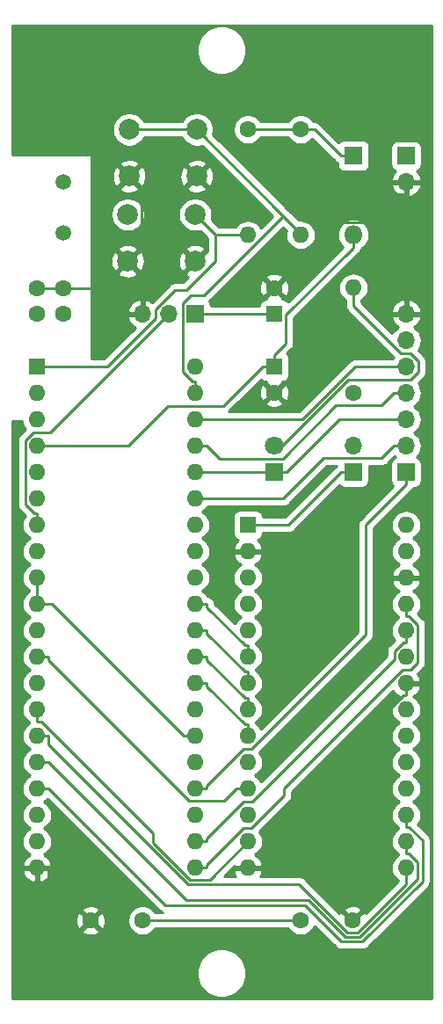
<source format=gbl>
%TF.GenerationSoftware,KiCad,Pcbnew,5.1.4-5.1.4*%
%TF.CreationDate,2019-08-21T12:35:07+10:00*%
%TF.ProjectId,8042board,38303432-626f-4617-9264-2e6b69636164,rev?*%
%TF.SameCoordinates,Original*%
%TF.FileFunction,Copper,L2,Bot*%
%TF.FilePolarity,Positive*%
%FSLAX46Y46*%
G04 Gerber Fmt 4.6, Leading zero omitted, Abs format (unit mm)*
G04 Created by KiCad (PCBNEW 5.1.4-5.1.4) date 2019-08-21 12:35:07*
%MOMM*%
%LPD*%
G04 APERTURE LIST*
%ADD10O,1.600000X1.600000*%
%ADD11R,1.600000X1.600000*%
%ADD12O,1.700000X1.700000*%
%ADD13R,1.700000X1.700000*%
%ADD14C,1.500000*%
%ADD15C,1.600000*%
%ADD16C,2.000000*%
%ADD17O,1.800000X1.800000*%
%ADD18R,1.800000X1.800000*%
%ADD19C,1.800000*%
%ADD20C,0.250000*%
%ADD21C,0.254000*%
G04 APERTURE END LIST*
D10*
X177800000Y-68580000D03*
X162560000Y-101600000D03*
X177800000Y-71120000D03*
X162560000Y-99060000D03*
X177800000Y-73660000D03*
X162560000Y-96520000D03*
X177800000Y-76200000D03*
X162560000Y-93980000D03*
X177800000Y-78740000D03*
X162560000Y-91440000D03*
X177800000Y-81280000D03*
X162560000Y-88900000D03*
X177800000Y-83820000D03*
X162560000Y-86360000D03*
X177800000Y-86360000D03*
X162560000Y-83820000D03*
X177800000Y-88900000D03*
X162560000Y-81280000D03*
X177800000Y-91440000D03*
X162560000Y-78740000D03*
X177800000Y-93980000D03*
X162560000Y-76200000D03*
X177800000Y-96520000D03*
X162560000Y-73660000D03*
X177800000Y-99060000D03*
X162560000Y-71120000D03*
X177800000Y-101600000D03*
D11*
X162560000Y-68580000D03*
D10*
X157480000Y-53340000D03*
X142240000Y-101600000D03*
X157480000Y-55880000D03*
X142240000Y-99060000D03*
X157480000Y-58420000D03*
X142240000Y-96520000D03*
X157480000Y-60960000D03*
X142240000Y-93980000D03*
X157480000Y-63500000D03*
X142240000Y-91440000D03*
X157480000Y-66040000D03*
X142240000Y-88900000D03*
X157480000Y-68580000D03*
X142240000Y-86360000D03*
X157480000Y-71120000D03*
X142240000Y-83820000D03*
X157480000Y-73660000D03*
X142240000Y-81280000D03*
X157480000Y-76200000D03*
X142240000Y-78740000D03*
X157480000Y-78740000D03*
X142240000Y-76200000D03*
X157480000Y-81280000D03*
X142240000Y-73660000D03*
X157480000Y-83820000D03*
X142240000Y-71120000D03*
X157480000Y-86360000D03*
X142240000Y-68580000D03*
X157480000Y-88900000D03*
X142240000Y-66040000D03*
X157480000Y-91440000D03*
X142240000Y-63500000D03*
X157480000Y-93980000D03*
X142240000Y-60960000D03*
X157480000Y-96520000D03*
X142240000Y-58420000D03*
X157480000Y-99060000D03*
X142240000Y-55880000D03*
X157480000Y-101600000D03*
D11*
X142240000Y-53340000D03*
D12*
X172720000Y-60960000D03*
D13*
X172720000Y-63500000D03*
D14*
X144780000Y-40460000D03*
X144780000Y-35560000D03*
D12*
X177800000Y-35560000D03*
D13*
X177800000Y-33020000D03*
D12*
X177800000Y-48260000D03*
X177800000Y-50800000D03*
X177800000Y-53340000D03*
X177800000Y-55880000D03*
X177800000Y-58420000D03*
X177800000Y-60960000D03*
D13*
X177800000Y-63500000D03*
D15*
X165100000Y-45760000D03*
D11*
X165100000Y-48260000D03*
D16*
X150980000Y-43180000D03*
X150980000Y-38680000D03*
X157480000Y-43180000D03*
X157480000Y-38680000D03*
X157630000Y-30480000D03*
X157630000Y-34980000D03*
X151130000Y-30480000D03*
X151130000Y-34980000D03*
D10*
X162560000Y-40640000D03*
D15*
X162560000Y-30480000D03*
D10*
X167640000Y-40640000D03*
D15*
X167640000Y-30480000D03*
D10*
X172720000Y-45720000D03*
D15*
X172720000Y-55880000D03*
D12*
X152400000Y-48260000D03*
X154940000Y-48260000D03*
D13*
X157480000Y-48260000D03*
D17*
X172720000Y-40640000D03*
D18*
X172720000Y-33020000D03*
D19*
X165100000Y-60960000D03*
D18*
X165100000Y-63500000D03*
D15*
X147400000Y-106680000D03*
X152400000Y-106680000D03*
X172640000Y-106680000D03*
X167640000Y-106680000D03*
X142240000Y-45760000D03*
X142240000Y-48260000D03*
X144780000Y-45760000D03*
X144780000Y-48260000D03*
X165100000Y-55840000D03*
D11*
X165100000Y-53340000D03*
D20*
X148724700Y-45760000D02*
X151224700Y-48260000D01*
X144780000Y-45760000D02*
X148724700Y-45760000D01*
X148724700Y-45760000D02*
X148724700Y-45435300D01*
X148724700Y-45435300D02*
X150980000Y-43180000D01*
X152400000Y-48260000D02*
X151224700Y-48260000D01*
X142240000Y-45760000D02*
X144780000Y-45760000D01*
X177800000Y-83820000D02*
X177800000Y-84945300D01*
X167560000Y-101600000D02*
X162560000Y-101600000D01*
X172640000Y-106680000D02*
X167560000Y-101600000D01*
X177800000Y-84945300D02*
X177518700Y-84945300D01*
X177518700Y-84945300D02*
X167560000Y-94904000D01*
X167560000Y-94904000D02*
X167560000Y-101600000D01*
X177800000Y-35560000D02*
X177800000Y-36735300D01*
X174510100Y-39405100D02*
X174510100Y-43794800D01*
X174510100Y-43794800D02*
X177800000Y-47084700D01*
X177800000Y-36735300D02*
X177179900Y-36735300D01*
X177179900Y-36735300D02*
X174510100Y-39405100D01*
X165100000Y-45760000D02*
X171454900Y-39405100D01*
X171454900Y-39405100D02*
X174510100Y-39405100D01*
X177800000Y-48260000D02*
X177800000Y-47084700D01*
X152336300Y-36186300D02*
X151130000Y-34980000D01*
X152336300Y-41823700D02*
X152336300Y-36186300D01*
X152336300Y-36186300D02*
X156423700Y-36186300D01*
X156423700Y-36186300D02*
X157630000Y-34980000D01*
X152336300Y-41823700D02*
X156123700Y-41823700D01*
X156123700Y-41823700D02*
X157480000Y-43180000D01*
X150980000Y-43180000D02*
X152336300Y-41823700D01*
X142240000Y-101600000D02*
X143365300Y-101600000D01*
X147400000Y-106680000D02*
X143365300Y-102645300D01*
X143365300Y-102645300D02*
X143365300Y-101600000D01*
X165100000Y-53340000D02*
X163974700Y-53340000D01*
X163974700Y-53340000D02*
X160164700Y-57150000D01*
X160164700Y-57150000D02*
X154894800Y-57150000D01*
X154894800Y-57150000D02*
X151084800Y-60960000D01*
X151084800Y-60960000D02*
X142240000Y-60960000D01*
X165100000Y-53340000D02*
X165100000Y-52214700D01*
X172720000Y-40640000D02*
X172720000Y-41865300D01*
X172720000Y-41865300D02*
X166225300Y-48360000D01*
X166225300Y-48360000D02*
X166225300Y-51089400D01*
X166225300Y-51089400D02*
X165100000Y-52214700D01*
X142240000Y-76200000D02*
X142240000Y-73660000D01*
X156354700Y-88900000D02*
X143654700Y-76200000D01*
X143654700Y-76200000D02*
X142240000Y-76200000D01*
X172720000Y-63500000D02*
X171544700Y-63500000D01*
X171544700Y-63500000D02*
X166464700Y-68580000D01*
X166464700Y-68580000D02*
X162560000Y-68580000D01*
X167640000Y-106680000D02*
X152400000Y-106680000D01*
X157480000Y-48260000D02*
X165100000Y-48260000D01*
X157480000Y-88900000D02*
X156354700Y-88900000D01*
X172720000Y-33020000D02*
X171494700Y-33020000D01*
X167640000Y-30480000D02*
X168954700Y-30480000D01*
X168954700Y-30480000D02*
X171494700Y-33020000D01*
X162560000Y-30480000D02*
X167640000Y-30480000D01*
X165100000Y-60960000D02*
X165868800Y-60960000D01*
X165868800Y-60960000D02*
X172218800Y-54610000D01*
X172218800Y-54610000D02*
X178214800Y-54610000D01*
X178214800Y-54610000D02*
X178988400Y-53836400D01*
X178988400Y-53836400D02*
X178988400Y-52848400D01*
X178988400Y-52848400D02*
X178210000Y-52070000D01*
X178210000Y-52070000D02*
X177318200Y-52070000D01*
X177318200Y-52070000D02*
X172720000Y-47471800D01*
X172720000Y-47471800D02*
X172720000Y-45720000D01*
X165100000Y-63500000D02*
X166325300Y-63500000D01*
X166325300Y-63500000D02*
X171405300Y-58420000D01*
X171405300Y-58420000D02*
X177800000Y-58420000D01*
X157480000Y-63500000D02*
X165100000Y-63500000D01*
X177800000Y-60960000D02*
X176624700Y-60960000D01*
X157480000Y-66040000D02*
X165966400Y-66040000D01*
X165966400Y-66040000D02*
X169871100Y-62135300D01*
X169871100Y-62135300D02*
X175449400Y-62135300D01*
X175449400Y-62135300D02*
X176624700Y-60960000D01*
X177800000Y-63500000D02*
X177800000Y-64675300D01*
X157480000Y-93980000D02*
X158605300Y-93980000D01*
X158605300Y-93980000D02*
X158605300Y-93698700D01*
X158605300Y-93698700D02*
X162134000Y-90170000D01*
X162134000Y-90170000D02*
X162897600Y-90170000D01*
X162897600Y-90170000D02*
X173895400Y-79172200D01*
X173895400Y-79172200D02*
X173895400Y-68579900D01*
X173895400Y-68579900D02*
X177800000Y-64675300D01*
X142240000Y-68580000D02*
X142240000Y-67454700D01*
X154940000Y-48260000D02*
X143510000Y-59690000D01*
X143510000Y-59690000D02*
X141865900Y-59690000D01*
X141865900Y-59690000D02*
X141114700Y-60441200D01*
X141114700Y-60441200D02*
X141114700Y-66610800D01*
X141114700Y-66610800D02*
X141958600Y-67454700D01*
X141958600Y-67454700D02*
X142240000Y-67454700D01*
X165975700Y-38825600D02*
X157630000Y-30480000D01*
X167640000Y-40077300D02*
X167227300Y-40077300D01*
X167227300Y-40077300D02*
X165975700Y-38825600D01*
X165975700Y-38825600D02*
X158309600Y-46491700D01*
X158309600Y-46491700D02*
X157015800Y-46491700D01*
X157015800Y-46491700D02*
X156304600Y-47202900D01*
X156304600Y-47202900D02*
X156304600Y-53860600D01*
X156304600Y-53860600D02*
X157198700Y-54754700D01*
X157198700Y-54754700D02*
X157480000Y-54754700D01*
X157480000Y-55880000D02*
X157480000Y-54754700D01*
X167640000Y-40640000D02*
X167640000Y-40077300D01*
X151130000Y-30480000D02*
X157630000Y-30480000D01*
X159440000Y-40640000D02*
X157480000Y-38680000D01*
X162560000Y-40640000D02*
X159440000Y-40640000D01*
X159440000Y-40640000D02*
X159440000Y-43117600D01*
X159440000Y-43117600D02*
X156610900Y-45946700D01*
X156610900Y-45946700D02*
X155558000Y-45946700D01*
X155558000Y-45946700D02*
X153670000Y-47834700D01*
X153670000Y-47834700D02*
X153670000Y-48668200D01*
X153670000Y-48668200D02*
X148998200Y-53340000D01*
X148998200Y-53340000D02*
X142240000Y-53340000D01*
X143365300Y-93980000D02*
X154575900Y-105190600D01*
X154575900Y-105190600D02*
X168026900Y-105190600D01*
X168026900Y-105190600D02*
X171548000Y-108711700D01*
X171548000Y-108711700D02*
X173589300Y-108711700D01*
X173589300Y-108711700D02*
X179376000Y-102925000D01*
X179376000Y-102925000D02*
X179376000Y-98940000D01*
X179376000Y-98940000D02*
X178081300Y-97645300D01*
X178081300Y-97645300D02*
X177800000Y-97645300D01*
X177800000Y-96520000D02*
X177800000Y-97645300D01*
X142240000Y-93980000D02*
X143365300Y-93980000D01*
X143365300Y-91440000D02*
X156665600Y-104740300D01*
X156665600Y-104740300D02*
X168417000Y-104740300D01*
X168417000Y-104740300D02*
X171938100Y-108261400D01*
X171938100Y-108261400D02*
X173323100Y-108261400D01*
X173323100Y-108261400D02*
X178925300Y-102659200D01*
X178925300Y-102659200D02*
X178925300Y-101029200D01*
X178925300Y-101029200D02*
X178081400Y-100185300D01*
X178081400Y-100185300D02*
X177800000Y-100185300D01*
X177800000Y-99060000D02*
X177800000Y-100185300D01*
X142240000Y-91440000D02*
X143365300Y-91440000D01*
X142240000Y-88900000D02*
X143365300Y-88900000D01*
X143365300Y-88900000D02*
X143365300Y-89744000D01*
X143365300Y-89744000D02*
X156798400Y-103177100D01*
X156798400Y-103177100D02*
X167490700Y-103177100D01*
X167490700Y-103177100D02*
X172124600Y-107811000D01*
X172124600Y-107811000D02*
X173136600Y-107811000D01*
X173136600Y-107811000D02*
X177800000Y-103147600D01*
X177800000Y-103147600D02*
X177800000Y-101600000D01*
X142240000Y-86360000D02*
X142240000Y-87485300D01*
X142240000Y-87485300D02*
X142662000Y-87485300D01*
X142662000Y-87485300D02*
X153445500Y-98268800D01*
X153445500Y-98268800D02*
X153445500Y-99187300D01*
X153445500Y-99187300D02*
X156984900Y-102726700D01*
X156984900Y-102726700D02*
X158893300Y-102726700D01*
X158893300Y-102726700D02*
X162560000Y-99060000D01*
X162560000Y-93980000D02*
X161434700Y-93980000D01*
X142240000Y-81280000D02*
X143365300Y-81280000D01*
X143365300Y-81280000D02*
X143365300Y-81561300D01*
X143365300Y-81561300D02*
X156909300Y-95105300D01*
X156909300Y-95105300D02*
X160309400Y-95105300D01*
X160309400Y-95105300D02*
X161434700Y-93980000D01*
X162560000Y-81280000D02*
X162560000Y-80154700D01*
X157480000Y-76200000D02*
X158605300Y-76200000D01*
X158605300Y-76200000D02*
X158605300Y-76481300D01*
X158605300Y-76481300D02*
X162278700Y-80154700D01*
X162278700Y-80154700D02*
X162560000Y-80154700D01*
X162560000Y-83820000D02*
X162560000Y-82694700D01*
X157480000Y-78740000D02*
X158605300Y-78740000D01*
X158605300Y-78740000D02*
X158605300Y-79021300D01*
X158605300Y-79021300D02*
X162278700Y-82694700D01*
X162278700Y-82694700D02*
X162560000Y-82694700D01*
X162560000Y-86360000D02*
X162560000Y-85234700D01*
X157480000Y-81280000D02*
X158605300Y-81280000D01*
X158605300Y-81280000D02*
X158605300Y-81561300D01*
X158605300Y-81561300D02*
X162278700Y-85234700D01*
X162278700Y-85234700D02*
X162560000Y-85234700D01*
X162560000Y-88900000D02*
X162560000Y-87774700D01*
X157480000Y-83820000D02*
X158605300Y-83820000D01*
X158605300Y-83820000D02*
X158605300Y-84101300D01*
X158605300Y-84101300D02*
X162278700Y-87774700D01*
X162278700Y-87774700D02*
X162560000Y-87774700D01*
X177800000Y-78740000D02*
X177800000Y-79865300D01*
X157480000Y-99060000D02*
X158605300Y-99060000D01*
X158605300Y-99060000D02*
X158605300Y-98778700D01*
X158605300Y-98778700D02*
X162134000Y-95250000D01*
X162134000Y-95250000D02*
X162950800Y-95250000D01*
X162950800Y-95250000D02*
X176674700Y-81526100D01*
X176674700Y-81526100D02*
X176674700Y-80709200D01*
X176674700Y-80709200D02*
X177518600Y-79865300D01*
X177518600Y-79865300D02*
X177800000Y-79865300D01*
X157480000Y-101600000D02*
X158605300Y-101600000D01*
X177800000Y-76200000D02*
X177800000Y-77325300D01*
X158605300Y-101600000D02*
X158605300Y-101318700D01*
X158605300Y-101318700D02*
X162134000Y-97790000D01*
X162134000Y-97790000D02*
X162902700Y-97790000D01*
X162902700Y-97790000D02*
X166048600Y-94644100D01*
X166048600Y-94644100D02*
X166048600Y-93973900D01*
X166048600Y-93973900D02*
X177472500Y-82550000D01*
X177472500Y-82550000D02*
X178199000Y-82550000D01*
X178199000Y-82550000D02*
X178925300Y-81823700D01*
X178925300Y-81823700D02*
X178925300Y-78169200D01*
X178925300Y-78169200D02*
X178081400Y-77325300D01*
X178081400Y-77325300D02*
X177800000Y-77325300D01*
X157480000Y-58420000D02*
X167771900Y-58420000D01*
X167771900Y-58420000D02*
X172851900Y-53340000D01*
X172851900Y-53340000D02*
X177800000Y-53340000D01*
X177800000Y-55880000D02*
X176624700Y-55880000D01*
X157480000Y-60960000D02*
X158605300Y-60960000D01*
X158605300Y-60960000D02*
X159837700Y-62192400D01*
X159837700Y-62192400D02*
X165909400Y-62192400D01*
X165909400Y-62192400D02*
X171046500Y-57055300D01*
X171046500Y-57055300D02*
X175449400Y-57055300D01*
X175449400Y-57055300D02*
X176624700Y-55880000D01*
D21*
G36*
X180213000Y-114173000D02*
G01*
X139827000Y-114173000D01*
X139827000Y-111525098D01*
X157635000Y-111525098D01*
X157635000Y-111994902D01*
X157726654Y-112455679D01*
X157906440Y-112889721D01*
X158167450Y-113280349D01*
X158499651Y-113612550D01*
X158890279Y-113873560D01*
X159324321Y-114053346D01*
X159785098Y-114145000D01*
X160254902Y-114145000D01*
X160715679Y-114053346D01*
X161149721Y-113873560D01*
X161540349Y-113612550D01*
X161872550Y-113280349D01*
X162133560Y-112889721D01*
X162313346Y-112455679D01*
X162405000Y-111994902D01*
X162405000Y-111525098D01*
X162313346Y-111064321D01*
X162133560Y-110630279D01*
X161872550Y-110239651D01*
X161540349Y-109907450D01*
X161149721Y-109646440D01*
X160715679Y-109466654D01*
X160254902Y-109375000D01*
X159785098Y-109375000D01*
X159324321Y-109466654D01*
X158890279Y-109646440D01*
X158499651Y-109907450D01*
X158167450Y-110239651D01*
X157906440Y-110630279D01*
X157726654Y-111064321D01*
X157635000Y-111525098D01*
X139827000Y-111525098D01*
X139827000Y-107672702D01*
X146586903Y-107672702D01*
X146658486Y-107916671D01*
X146913996Y-108037571D01*
X147188184Y-108106300D01*
X147470512Y-108120217D01*
X147750130Y-108078787D01*
X148016292Y-107983603D01*
X148141514Y-107916671D01*
X148213097Y-107672702D01*
X147400000Y-106859605D01*
X146586903Y-107672702D01*
X139827000Y-107672702D01*
X139827000Y-106750512D01*
X145959783Y-106750512D01*
X146001213Y-107030130D01*
X146096397Y-107296292D01*
X146163329Y-107421514D01*
X146407298Y-107493097D01*
X147220395Y-106680000D01*
X147579605Y-106680000D01*
X148392702Y-107493097D01*
X148636671Y-107421514D01*
X148757571Y-107166004D01*
X148826300Y-106891816D01*
X148840217Y-106609488D01*
X148798787Y-106329870D01*
X148703603Y-106063708D01*
X148636671Y-105938486D01*
X148392702Y-105866903D01*
X147579605Y-106680000D01*
X147220395Y-106680000D01*
X146407298Y-105866903D01*
X146163329Y-105938486D01*
X146042429Y-106193996D01*
X145973700Y-106468184D01*
X145959783Y-106750512D01*
X139827000Y-106750512D01*
X139827000Y-105687298D01*
X146586903Y-105687298D01*
X147400000Y-106500395D01*
X148213097Y-105687298D01*
X148141514Y-105443329D01*
X147886004Y-105322429D01*
X147611816Y-105253700D01*
X147329488Y-105239783D01*
X147049870Y-105281213D01*
X146783708Y-105376397D01*
X146658486Y-105443329D01*
X146586903Y-105687298D01*
X139827000Y-105687298D01*
X139827000Y-101949039D01*
X140848096Y-101949039D01*
X140888754Y-102083087D01*
X141008963Y-102337420D01*
X141176481Y-102563414D01*
X141384869Y-102752385D01*
X141626119Y-102897070D01*
X141890960Y-102991909D01*
X142113000Y-102870624D01*
X142113000Y-101727000D01*
X142367000Y-101727000D01*
X142367000Y-102870624D01*
X142589040Y-102991909D01*
X142853881Y-102897070D01*
X143095131Y-102752385D01*
X143303519Y-102563414D01*
X143471037Y-102337420D01*
X143591246Y-102083087D01*
X143631904Y-101949039D01*
X143509915Y-101727000D01*
X142367000Y-101727000D01*
X142113000Y-101727000D01*
X140970085Y-101727000D01*
X140848096Y-101949039D01*
X139827000Y-101949039D01*
X139827000Y-58547000D01*
X140810566Y-58547000D01*
X140825764Y-58701309D01*
X140907818Y-58971808D01*
X141041068Y-59221101D01*
X141139751Y-59341347D01*
X140603702Y-59877397D01*
X140574699Y-59901199D01*
X140519571Y-59968374D01*
X140479726Y-60016924D01*
X140418758Y-60130986D01*
X140409154Y-60148954D01*
X140365697Y-60292215D01*
X140354700Y-60403868D01*
X140354700Y-60403878D01*
X140351024Y-60441200D01*
X140354700Y-60478523D01*
X140354701Y-66573468D01*
X140351024Y-66610800D01*
X140354701Y-66648133D01*
X140365698Y-66759786D01*
X140374561Y-66789003D01*
X140409154Y-66903046D01*
X140479726Y-67035076D01*
X140550901Y-67121802D01*
X140574700Y-67150801D01*
X140603698Y-67174599D01*
X141116312Y-67687214D01*
X141041068Y-67778899D01*
X140907818Y-68028192D01*
X140825764Y-68298691D01*
X140798057Y-68580000D01*
X140825764Y-68861309D01*
X140907818Y-69131808D01*
X141041068Y-69381101D01*
X141220392Y-69599608D01*
X141438899Y-69778932D01*
X141571858Y-69850000D01*
X141438899Y-69921068D01*
X141220392Y-70100392D01*
X141041068Y-70318899D01*
X140907818Y-70568192D01*
X140825764Y-70838691D01*
X140798057Y-71120000D01*
X140825764Y-71401309D01*
X140907818Y-71671808D01*
X141041068Y-71921101D01*
X141220392Y-72139608D01*
X141438899Y-72318932D01*
X141571858Y-72390000D01*
X141438899Y-72461068D01*
X141220392Y-72640392D01*
X141041068Y-72858899D01*
X140907818Y-73108192D01*
X140825764Y-73378691D01*
X140798057Y-73660000D01*
X140825764Y-73941309D01*
X140907818Y-74211808D01*
X141041068Y-74461101D01*
X141220392Y-74679608D01*
X141438899Y-74858932D01*
X141480001Y-74880901D01*
X141480000Y-74979099D01*
X141438899Y-75001068D01*
X141220392Y-75180392D01*
X141041068Y-75398899D01*
X140907818Y-75648192D01*
X140825764Y-75918691D01*
X140798057Y-76200000D01*
X140825764Y-76481309D01*
X140907818Y-76751808D01*
X141041068Y-77001101D01*
X141220392Y-77219608D01*
X141438899Y-77398932D01*
X141571858Y-77470000D01*
X141438899Y-77541068D01*
X141220392Y-77720392D01*
X141041068Y-77938899D01*
X140907818Y-78188192D01*
X140825764Y-78458691D01*
X140798057Y-78740000D01*
X140825764Y-79021309D01*
X140907818Y-79291808D01*
X141041068Y-79541101D01*
X141220392Y-79759608D01*
X141438899Y-79938932D01*
X141571858Y-80010000D01*
X141438899Y-80081068D01*
X141220392Y-80260392D01*
X141041068Y-80478899D01*
X140907818Y-80728192D01*
X140825764Y-80998691D01*
X140798057Y-81280000D01*
X140825764Y-81561309D01*
X140907818Y-81831808D01*
X141041068Y-82081101D01*
X141220392Y-82299608D01*
X141438899Y-82478932D01*
X141571858Y-82550000D01*
X141438899Y-82621068D01*
X141220392Y-82800392D01*
X141041068Y-83018899D01*
X140907818Y-83268192D01*
X140825764Y-83538691D01*
X140798057Y-83820000D01*
X140825764Y-84101309D01*
X140907818Y-84371808D01*
X141041068Y-84621101D01*
X141220392Y-84839608D01*
X141438899Y-85018932D01*
X141571858Y-85090000D01*
X141438899Y-85161068D01*
X141220392Y-85340392D01*
X141041068Y-85558899D01*
X140907818Y-85808192D01*
X140825764Y-86078691D01*
X140798057Y-86360000D01*
X140825764Y-86641309D01*
X140907818Y-86911808D01*
X141041068Y-87161101D01*
X141220392Y-87379608D01*
X141438899Y-87558932D01*
X141486058Y-87584139D01*
X141490997Y-87634286D01*
X141501160Y-87667789D01*
X141438899Y-87701068D01*
X141220392Y-87880392D01*
X141041068Y-88098899D01*
X140907818Y-88348192D01*
X140825764Y-88618691D01*
X140798057Y-88900000D01*
X140825764Y-89181309D01*
X140907818Y-89451808D01*
X141041068Y-89701101D01*
X141220392Y-89919608D01*
X141438899Y-90098932D01*
X141571858Y-90170000D01*
X141438899Y-90241068D01*
X141220392Y-90420392D01*
X141041068Y-90638899D01*
X140907818Y-90888192D01*
X140825764Y-91158691D01*
X140798057Y-91440000D01*
X140825764Y-91721309D01*
X140907818Y-91991808D01*
X141041068Y-92241101D01*
X141220392Y-92459608D01*
X141438899Y-92638932D01*
X141571858Y-92710000D01*
X141438899Y-92781068D01*
X141220392Y-92960392D01*
X141041068Y-93178899D01*
X140907818Y-93428192D01*
X140825764Y-93698691D01*
X140798057Y-93980000D01*
X140825764Y-94261309D01*
X140907818Y-94531808D01*
X141041068Y-94781101D01*
X141220392Y-94999608D01*
X141438899Y-95178932D01*
X141571858Y-95250000D01*
X141438899Y-95321068D01*
X141220392Y-95500392D01*
X141041068Y-95718899D01*
X140907818Y-95968192D01*
X140825764Y-96238691D01*
X140798057Y-96520000D01*
X140825764Y-96801309D01*
X140907818Y-97071808D01*
X141041068Y-97321101D01*
X141220392Y-97539608D01*
X141438899Y-97718932D01*
X141571858Y-97790000D01*
X141438899Y-97861068D01*
X141220392Y-98040392D01*
X141041068Y-98258899D01*
X140907818Y-98508192D01*
X140825764Y-98778691D01*
X140798057Y-99060000D01*
X140825764Y-99341309D01*
X140907818Y-99611808D01*
X141041068Y-99861101D01*
X141220392Y-100079608D01*
X141438899Y-100258932D01*
X141576682Y-100332579D01*
X141384869Y-100447615D01*
X141176481Y-100636586D01*
X141008963Y-100862580D01*
X140888754Y-101116913D01*
X140848096Y-101250961D01*
X140970085Y-101473000D01*
X142113000Y-101473000D01*
X142113000Y-101453000D01*
X142367000Y-101453000D01*
X142367000Y-101473000D01*
X143509915Y-101473000D01*
X143631904Y-101250961D01*
X143591246Y-101116913D01*
X143471037Y-100862580D01*
X143303519Y-100636586D01*
X143095131Y-100447615D01*
X142903318Y-100332579D01*
X143041101Y-100258932D01*
X143259608Y-100079608D01*
X143438932Y-99861101D01*
X143572182Y-99611808D01*
X143654236Y-99341309D01*
X143681943Y-99060000D01*
X143654236Y-98778691D01*
X143572182Y-98508192D01*
X143438932Y-98258899D01*
X143259608Y-98040392D01*
X143041101Y-97861068D01*
X142908142Y-97790000D01*
X143041101Y-97718932D01*
X143259608Y-97539608D01*
X143438932Y-97321101D01*
X143572182Y-97071808D01*
X143654236Y-96801309D01*
X143681943Y-96520000D01*
X143654236Y-96238691D01*
X143572182Y-95968192D01*
X143438932Y-95718899D01*
X143259608Y-95500392D01*
X143041101Y-95321068D01*
X142908142Y-95250000D01*
X143041101Y-95178932D01*
X143259608Y-94999608D01*
X143282371Y-94971872D01*
X154012100Y-105701602D01*
X154035899Y-105730601D01*
X154064897Y-105754399D01*
X154151624Y-105825574D01*
X154283653Y-105896146D01*
X154362290Y-105920000D01*
X153618043Y-105920000D01*
X153514637Y-105765241D01*
X153314759Y-105565363D01*
X153079727Y-105408320D01*
X152818574Y-105300147D01*
X152541335Y-105245000D01*
X152258665Y-105245000D01*
X151981426Y-105300147D01*
X151720273Y-105408320D01*
X151485241Y-105565363D01*
X151285363Y-105765241D01*
X151128320Y-106000273D01*
X151020147Y-106261426D01*
X150965000Y-106538665D01*
X150965000Y-106821335D01*
X151020147Y-107098574D01*
X151128320Y-107359727D01*
X151285363Y-107594759D01*
X151485241Y-107794637D01*
X151720273Y-107951680D01*
X151981426Y-108059853D01*
X152258665Y-108115000D01*
X152541335Y-108115000D01*
X152818574Y-108059853D01*
X153079727Y-107951680D01*
X153314759Y-107794637D01*
X153514637Y-107594759D01*
X153618043Y-107440000D01*
X166421957Y-107440000D01*
X166525363Y-107594759D01*
X166725241Y-107794637D01*
X166960273Y-107951680D01*
X167221426Y-108059853D01*
X167498665Y-108115000D01*
X167781335Y-108115000D01*
X168058574Y-108059853D01*
X168319727Y-107951680D01*
X168554759Y-107794637D01*
X168754637Y-107594759D01*
X168911680Y-107359727D01*
X168973054Y-107211556D01*
X170984205Y-109222708D01*
X171007999Y-109251701D01*
X171036992Y-109275495D01*
X171036996Y-109275499D01*
X171107685Y-109333511D01*
X171123724Y-109346674D01*
X171255753Y-109417246D01*
X171399014Y-109460703D01*
X171510667Y-109471700D01*
X171510676Y-109471700D01*
X171547999Y-109475376D01*
X171585322Y-109471700D01*
X173551978Y-109471700D01*
X173589300Y-109475376D01*
X173626622Y-109471700D01*
X173626633Y-109471700D01*
X173738286Y-109460703D01*
X173881547Y-109417246D01*
X174013576Y-109346674D01*
X174129301Y-109251701D01*
X174153104Y-109222697D01*
X179887004Y-103488798D01*
X179916001Y-103465001D01*
X180010974Y-103349276D01*
X180081546Y-103217247D01*
X180125003Y-103073986D01*
X180136000Y-102962333D01*
X180136000Y-102962332D01*
X180139677Y-102925000D01*
X180136000Y-102887667D01*
X180136000Y-98977322D01*
X180139676Y-98939999D01*
X180136000Y-98902676D01*
X180136000Y-98902667D01*
X180125003Y-98791014D01*
X180081546Y-98647753D01*
X180010974Y-98515724D01*
X179916001Y-98399999D01*
X179887003Y-98376201D01*
X178923643Y-97412841D01*
X178998932Y-97321101D01*
X179132182Y-97071808D01*
X179214236Y-96801309D01*
X179241943Y-96520000D01*
X179214236Y-96238691D01*
X179132182Y-95968192D01*
X178998932Y-95718899D01*
X178819608Y-95500392D01*
X178601101Y-95321068D01*
X178468142Y-95250000D01*
X178601101Y-95178932D01*
X178819608Y-94999608D01*
X178998932Y-94781101D01*
X179132182Y-94531808D01*
X179214236Y-94261309D01*
X179241943Y-93980000D01*
X179214236Y-93698691D01*
X179132182Y-93428192D01*
X178998932Y-93178899D01*
X178819608Y-92960392D01*
X178601101Y-92781068D01*
X178468142Y-92710000D01*
X178601101Y-92638932D01*
X178819608Y-92459608D01*
X178998932Y-92241101D01*
X179132182Y-91991808D01*
X179214236Y-91721309D01*
X179241943Y-91440000D01*
X179214236Y-91158691D01*
X179132182Y-90888192D01*
X178998932Y-90638899D01*
X178819608Y-90420392D01*
X178601101Y-90241068D01*
X178468142Y-90170000D01*
X178601101Y-90098932D01*
X178819608Y-89919608D01*
X178998932Y-89701101D01*
X179132182Y-89451808D01*
X179214236Y-89181309D01*
X179241943Y-88900000D01*
X179214236Y-88618691D01*
X179132182Y-88348192D01*
X178998932Y-88098899D01*
X178819608Y-87880392D01*
X178601101Y-87701068D01*
X178468142Y-87630000D01*
X178601101Y-87558932D01*
X178819608Y-87379608D01*
X178998932Y-87161101D01*
X179132182Y-86911808D01*
X179214236Y-86641309D01*
X179241943Y-86360000D01*
X179214236Y-86078691D01*
X179132182Y-85808192D01*
X178998932Y-85558899D01*
X178819608Y-85340392D01*
X178601101Y-85161068D01*
X178463318Y-85087421D01*
X178655131Y-84972385D01*
X178863519Y-84783414D01*
X179031037Y-84557420D01*
X179151246Y-84303087D01*
X179191904Y-84169039D01*
X179069915Y-83947000D01*
X177927000Y-83947000D01*
X177927000Y-83967000D01*
X177673000Y-83967000D01*
X177673000Y-83947000D01*
X177653000Y-83947000D01*
X177653000Y-83693000D01*
X177673000Y-83693000D01*
X177673000Y-83673000D01*
X177927000Y-83673000D01*
X177927000Y-83693000D01*
X179069915Y-83693000D01*
X179191904Y-83470961D01*
X179151246Y-83336913D01*
X179031037Y-83082580D01*
X178907662Y-82916139D01*
X179436304Y-82387498D01*
X179465301Y-82363701D01*
X179560274Y-82247976D01*
X179630846Y-82115947D01*
X179674303Y-81972686D01*
X179685300Y-81861033D01*
X179685300Y-81861024D01*
X179688976Y-81823701D01*
X179685300Y-81786378D01*
X179685300Y-78206523D01*
X179688976Y-78169200D01*
X179685300Y-78131877D01*
X179685300Y-78131867D01*
X179674303Y-78020214D01*
X179630846Y-77876953D01*
X179560274Y-77744924D01*
X179465301Y-77629199D01*
X179436303Y-77605401D01*
X178923688Y-77092786D01*
X178998932Y-77001101D01*
X179132182Y-76751808D01*
X179214236Y-76481309D01*
X179241943Y-76200000D01*
X179214236Y-75918691D01*
X179132182Y-75648192D01*
X178998932Y-75398899D01*
X178819608Y-75180392D01*
X178601101Y-75001068D01*
X178463318Y-74927421D01*
X178655131Y-74812385D01*
X178863519Y-74623414D01*
X179031037Y-74397420D01*
X179151246Y-74143087D01*
X179191904Y-74009039D01*
X179069915Y-73787000D01*
X177927000Y-73787000D01*
X177927000Y-73807000D01*
X177673000Y-73807000D01*
X177673000Y-73787000D01*
X176530085Y-73787000D01*
X176408096Y-74009039D01*
X176448754Y-74143087D01*
X176568963Y-74397420D01*
X176736481Y-74623414D01*
X176944869Y-74812385D01*
X177136682Y-74927421D01*
X176998899Y-75001068D01*
X176780392Y-75180392D01*
X176601068Y-75398899D01*
X176467818Y-75648192D01*
X176385764Y-75918691D01*
X176358057Y-76200000D01*
X176385764Y-76481309D01*
X176467818Y-76751808D01*
X176601068Y-77001101D01*
X176780392Y-77219608D01*
X176998899Y-77398932D01*
X177046058Y-77424139D01*
X177050997Y-77474286D01*
X177061160Y-77507789D01*
X176998899Y-77541068D01*
X176780392Y-77720392D01*
X176601068Y-77938899D01*
X176467818Y-78188192D01*
X176385764Y-78458691D01*
X176358057Y-78740000D01*
X176385764Y-79021309D01*
X176467818Y-79291808D01*
X176601068Y-79541101D01*
X176676312Y-79632786D01*
X176163698Y-80145401D01*
X176134700Y-80169199D01*
X176110902Y-80198197D01*
X176110901Y-80198198D01*
X176039726Y-80284924D01*
X175969154Y-80416954D01*
X175950364Y-80478899D01*
X175925698Y-80560214D01*
X175914700Y-80671867D01*
X175914700Y-80671878D01*
X175911024Y-80709200D01*
X175914700Y-80746522D01*
X175914700Y-81211298D01*
X163824476Y-93301523D01*
X163758932Y-93178899D01*
X163579608Y-92960392D01*
X163361101Y-92781068D01*
X163228142Y-92710000D01*
X163361101Y-92638932D01*
X163579608Y-92459608D01*
X163758932Y-92241101D01*
X163892182Y-91991808D01*
X163974236Y-91721309D01*
X164001943Y-91440000D01*
X163974236Y-91158691D01*
X163892182Y-90888192D01*
X163758932Y-90638899D01*
X163643796Y-90498605D01*
X174406404Y-79735998D01*
X174435401Y-79712201D01*
X174515419Y-79614699D01*
X174530374Y-79596477D01*
X174600946Y-79464447D01*
X174622103Y-79394700D01*
X174644403Y-79321186D01*
X174655400Y-79209533D01*
X174655400Y-79209523D01*
X174659076Y-79172200D01*
X174655400Y-79134877D01*
X174655400Y-68894701D01*
X174970101Y-68580000D01*
X176358057Y-68580000D01*
X176385764Y-68861309D01*
X176467818Y-69131808D01*
X176601068Y-69381101D01*
X176780392Y-69599608D01*
X176998899Y-69778932D01*
X177131858Y-69850000D01*
X176998899Y-69921068D01*
X176780392Y-70100392D01*
X176601068Y-70318899D01*
X176467818Y-70568192D01*
X176385764Y-70838691D01*
X176358057Y-71120000D01*
X176385764Y-71401309D01*
X176467818Y-71671808D01*
X176601068Y-71921101D01*
X176780392Y-72139608D01*
X176998899Y-72318932D01*
X177136682Y-72392579D01*
X176944869Y-72507615D01*
X176736481Y-72696586D01*
X176568963Y-72922580D01*
X176448754Y-73176913D01*
X176408096Y-73310961D01*
X176530085Y-73533000D01*
X177673000Y-73533000D01*
X177673000Y-73513000D01*
X177927000Y-73513000D01*
X177927000Y-73533000D01*
X179069915Y-73533000D01*
X179191904Y-73310961D01*
X179151246Y-73176913D01*
X179031037Y-72922580D01*
X178863519Y-72696586D01*
X178655131Y-72507615D01*
X178463318Y-72392579D01*
X178601101Y-72318932D01*
X178819608Y-72139608D01*
X178998932Y-71921101D01*
X179132182Y-71671808D01*
X179214236Y-71401309D01*
X179241943Y-71120000D01*
X179214236Y-70838691D01*
X179132182Y-70568192D01*
X178998932Y-70318899D01*
X178819608Y-70100392D01*
X178601101Y-69921068D01*
X178468142Y-69850000D01*
X178601101Y-69778932D01*
X178819608Y-69599608D01*
X178998932Y-69381101D01*
X179132182Y-69131808D01*
X179214236Y-68861309D01*
X179241943Y-68580000D01*
X179214236Y-68298691D01*
X179132182Y-68028192D01*
X178998932Y-67778899D01*
X178819608Y-67560392D01*
X178601101Y-67381068D01*
X178351808Y-67247818D01*
X178081309Y-67165764D01*
X177870492Y-67145000D01*
X177729508Y-67145000D01*
X177518691Y-67165764D01*
X177248192Y-67247818D01*
X176998899Y-67381068D01*
X176780392Y-67560392D01*
X176601068Y-67778899D01*
X176467818Y-68028192D01*
X176385764Y-68298691D01*
X176358057Y-68580000D01*
X174970101Y-68580000D01*
X178311003Y-65239099D01*
X178340001Y-65215301D01*
X178434974Y-65099576D01*
X178494575Y-64988072D01*
X178650000Y-64988072D01*
X178774482Y-64975812D01*
X178894180Y-64939502D01*
X179004494Y-64880537D01*
X179101185Y-64801185D01*
X179180537Y-64704494D01*
X179239502Y-64594180D01*
X179275812Y-64474482D01*
X179288072Y-64350000D01*
X179288072Y-62650000D01*
X179275812Y-62525518D01*
X179239502Y-62405820D01*
X179180537Y-62295506D01*
X179101185Y-62198815D01*
X179004494Y-62119463D01*
X178894180Y-62060498D01*
X178825313Y-62039607D01*
X178855134Y-62015134D01*
X179040706Y-61789014D01*
X179178599Y-61531034D01*
X179263513Y-61251111D01*
X179292185Y-60960000D01*
X179263513Y-60668889D01*
X179178599Y-60388966D01*
X179040706Y-60130986D01*
X178855134Y-59904866D01*
X178629014Y-59719294D01*
X178574209Y-59690000D01*
X178629014Y-59660706D01*
X178855134Y-59475134D01*
X179040706Y-59249014D01*
X179178599Y-58991034D01*
X179263513Y-58711111D01*
X179292185Y-58420000D01*
X179263513Y-58128889D01*
X179178599Y-57848966D01*
X179040706Y-57590986D01*
X178855134Y-57364866D01*
X178629014Y-57179294D01*
X178574209Y-57150000D01*
X178629014Y-57120706D01*
X178855134Y-56935134D01*
X179040706Y-56709014D01*
X179178599Y-56451034D01*
X179263513Y-56171111D01*
X179292185Y-55880000D01*
X179263513Y-55588889D01*
X179178599Y-55308966D01*
X179040706Y-55050986D01*
X178954120Y-54945481D01*
X179499404Y-54400198D01*
X179528401Y-54376401D01*
X179623374Y-54260676D01*
X179693946Y-54128647D01*
X179737403Y-53985386D01*
X179748400Y-53873733D01*
X179748400Y-53873732D01*
X179752077Y-53836400D01*
X179748400Y-53799067D01*
X179748400Y-52885723D01*
X179752076Y-52848400D01*
X179748400Y-52811077D01*
X179748400Y-52811067D01*
X179737403Y-52699414D01*
X179693946Y-52556153D01*
X179623374Y-52424124D01*
X179528401Y-52308399D01*
X179499402Y-52284601D01*
X178951957Y-51737155D01*
X179040706Y-51629014D01*
X179178599Y-51371034D01*
X179263513Y-51091111D01*
X179292185Y-50800000D01*
X179263513Y-50508889D01*
X179178599Y-50228966D01*
X179040706Y-49970986D01*
X178855134Y-49744866D01*
X178629014Y-49559294D01*
X178564477Y-49524799D01*
X178681355Y-49455178D01*
X178897588Y-49260269D01*
X179071641Y-49026920D01*
X179196825Y-48764099D01*
X179241476Y-48616890D01*
X179120155Y-48387000D01*
X177927000Y-48387000D01*
X177927000Y-48407000D01*
X177673000Y-48407000D01*
X177673000Y-48387000D01*
X176479845Y-48387000D01*
X176358524Y-48616890D01*
X176403175Y-48764099D01*
X176528359Y-49026920D01*
X176702412Y-49260269D01*
X176918645Y-49455178D01*
X177035523Y-49524799D01*
X176970986Y-49559294D01*
X176744866Y-49744866D01*
X176559294Y-49970986D01*
X176466881Y-50143879D01*
X174226112Y-47903110D01*
X176358524Y-47903110D01*
X176479845Y-48133000D01*
X177673000Y-48133000D01*
X177673000Y-46939186D01*
X177927000Y-46939186D01*
X177927000Y-48133000D01*
X179120155Y-48133000D01*
X179241476Y-47903110D01*
X179196825Y-47755901D01*
X179071641Y-47493080D01*
X178897588Y-47259731D01*
X178681355Y-47064822D01*
X178431252Y-46915843D01*
X178156891Y-46818519D01*
X177927000Y-46939186D01*
X177673000Y-46939186D01*
X177443109Y-46818519D01*
X177168748Y-46915843D01*
X176918645Y-47064822D01*
X176702412Y-47259731D01*
X176528359Y-47493080D01*
X176403175Y-47755901D01*
X176358524Y-47903110D01*
X174226112Y-47903110D01*
X173480000Y-47156999D01*
X173480000Y-46940901D01*
X173521101Y-46918932D01*
X173739608Y-46739608D01*
X173918932Y-46521101D01*
X174052182Y-46271808D01*
X174134236Y-46001309D01*
X174161943Y-45720000D01*
X174134236Y-45438691D01*
X174052182Y-45168192D01*
X173918932Y-44918899D01*
X173739608Y-44700392D01*
X173521101Y-44521068D01*
X173271808Y-44387818D01*
X173001309Y-44305764D01*
X172790492Y-44285000D01*
X172649508Y-44285000D01*
X172438691Y-44305764D01*
X172168192Y-44387818D01*
X171918899Y-44521068D01*
X171700392Y-44700392D01*
X171521068Y-44918899D01*
X171387818Y-45168192D01*
X171305764Y-45438691D01*
X171278057Y-45720000D01*
X171305764Y-46001309D01*
X171387818Y-46271808D01*
X171521068Y-46521101D01*
X171700392Y-46739608D01*
X171918899Y-46918932D01*
X171960000Y-46940901D01*
X171960000Y-47434477D01*
X171956324Y-47471800D01*
X171960000Y-47509122D01*
X171960000Y-47509132D01*
X171970997Y-47620785D01*
X171993874Y-47696201D01*
X172014454Y-47764046D01*
X172085026Y-47896076D01*
X172124871Y-47944626D01*
X172179999Y-48011801D01*
X172209003Y-48035604D01*
X176615679Y-52442281D01*
X176559294Y-52510986D01*
X176522405Y-52580000D01*
X172889223Y-52580000D01*
X172851900Y-52576324D01*
X172814577Y-52580000D01*
X172814567Y-52580000D01*
X172702914Y-52590997D01*
X172561812Y-52633799D01*
X172559653Y-52634454D01*
X172427623Y-52705026D01*
X172367095Y-52754701D01*
X172311899Y-52799999D01*
X172288101Y-52828997D01*
X167457099Y-57660000D01*
X160729501Y-57660000D01*
X161556799Y-56832702D01*
X164286903Y-56832702D01*
X164358486Y-57076671D01*
X164613996Y-57197571D01*
X164888184Y-57266300D01*
X165170512Y-57280217D01*
X165450130Y-57238787D01*
X165716292Y-57143603D01*
X165841514Y-57076671D01*
X165913097Y-56832702D01*
X165100000Y-56019605D01*
X164286903Y-56832702D01*
X161556799Y-56832702D01*
X162478989Y-55910512D01*
X163659783Y-55910512D01*
X163701213Y-56190130D01*
X163796397Y-56456292D01*
X163863329Y-56581514D01*
X164107298Y-56653097D01*
X164920395Y-55840000D01*
X165279605Y-55840000D01*
X166092702Y-56653097D01*
X166336671Y-56581514D01*
X166457571Y-56326004D01*
X166526300Y-56051816D01*
X166540217Y-55769488D01*
X166498787Y-55489870D01*
X166403603Y-55223708D01*
X166336671Y-55098486D01*
X166092702Y-55026903D01*
X165279605Y-55840000D01*
X164920395Y-55840000D01*
X164107298Y-55026903D01*
X163863329Y-55098486D01*
X163742429Y-55353996D01*
X163673700Y-55628184D01*
X163659783Y-55910512D01*
X162478989Y-55910512D01*
X163826053Y-54563449D01*
X163848815Y-54591185D01*
X163945506Y-54670537D01*
X164055820Y-54729502D01*
X164175518Y-54765812D01*
X164300000Y-54778072D01*
X164307215Y-54778072D01*
X164286903Y-54847298D01*
X165100000Y-55660395D01*
X165913097Y-54847298D01*
X165892785Y-54778072D01*
X165900000Y-54778072D01*
X166024482Y-54765812D01*
X166144180Y-54729502D01*
X166254494Y-54670537D01*
X166351185Y-54591185D01*
X166430537Y-54494494D01*
X166489502Y-54384180D01*
X166525812Y-54264482D01*
X166538072Y-54140000D01*
X166538072Y-52540000D01*
X166525812Y-52415518D01*
X166489502Y-52295820D01*
X166430537Y-52185506D01*
X166351185Y-52088815D01*
X166323449Y-52066053D01*
X166736303Y-51653199D01*
X166765301Y-51629401D01*
X166860274Y-51513676D01*
X166930846Y-51381647D01*
X166974303Y-51238386D01*
X166985300Y-51126733D01*
X166988977Y-51089400D01*
X166985300Y-51052067D01*
X166985300Y-48674801D01*
X173231003Y-42429099D01*
X173260001Y-42405301D01*
X173354974Y-42289576D01*
X173425546Y-42157547D01*
X173469003Y-42014286D01*
X173472550Y-41978272D01*
X173576927Y-41922481D01*
X173810661Y-41730661D01*
X174002481Y-41496927D01*
X174145017Y-41230261D01*
X174232790Y-40940913D01*
X174262427Y-40640000D01*
X174232790Y-40339087D01*
X174145017Y-40049739D01*
X174002481Y-39783073D01*
X173810661Y-39549339D01*
X173576927Y-39357519D01*
X173310261Y-39214983D01*
X173020913Y-39127210D01*
X172795408Y-39105000D01*
X172644592Y-39105000D01*
X172419087Y-39127210D01*
X172129739Y-39214983D01*
X171863073Y-39357519D01*
X171629339Y-39549339D01*
X171437519Y-39783073D01*
X171294983Y-40049739D01*
X171207210Y-40339087D01*
X171177573Y-40640000D01*
X171207210Y-40940913D01*
X171294983Y-41230261D01*
X171437519Y-41496927D01*
X171629339Y-41730661D01*
X171712000Y-41798499D01*
X166419023Y-47091476D01*
X166351185Y-47008815D01*
X166254494Y-46929463D01*
X166144180Y-46870498D01*
X166024482Y-46834188D01*
X165900000Y-46821928D01*
X165892785Y-46821928D01*
X165913097Y-46752702D01*
X165100000Y-45939605D01*
X164286903Y-46752702D01*
X164307215Y-46821928D01*
X164300000Y-46821928D01*
X164175518Y-46834188D01*
X164055820Y-46870498D01*
X163945506Y-46929463D01*
X163848815Y-47008815D01*
X163769463Y-47105506D01*
X163710498Y-47215820D01*
X163674188Y-47335518D01*
X163661928Y-47460000D01*
X163661928Y-47500000D01*
X158968072Y-47500000D01*
X158968072Y-47410000D01*
X158955812Y-47285518D01*
X158919502Y-47165820D01*
X158860537Y-47055506D01*
X158844462Y-47035918D01*
X158849601Y-47031701D01*
X158873404Y-47002697D01*
X160045589Y-45830512D01*
X163659783Y-45830512D01*
X163701213Y-46110130D01*
X163796397Y-46376292D01*
X163863329Y-46501514D01*
X164107298Y-46573097D01*
X164920395Y-45760000D01*
X165279605Y-45760000D01*
X166092702Y-46573097D01*
X166336671Y-46501514D01*
X166457571Y-46246004D01*
X166526300Y-45971816D01*
X166540217Y-45689488D01*
X166498787Y-45409870D01*
X166403603Y-45143708D01*
X166336671Y-45018486D01*
X166092702Y-44946903D01*
X165279605Y-45760000D01*
X164920395Y-45760000D01*
X164107298Y-44946903D01*
X163863329Y-45018486D01*
X163742429Y-45273996D01*
X163673700Y-45548184D01*
X163659783Y-45830512D01*
X160045589Y-45830512D01*
X161108803Y-44767298D01*
X164286903Y-44767298D01*
X165100000Y-45580395D01*
X165913097Y-44767298D01*
X165841514Y-44523329D01*
X165586004Y-44402429D01*
X165311816Y-44333700D01*
X165029488Y-44319783D01*
X164749870Y-44361213D01*
X164483708Y-44456397D01*
X164358486Y-44523329D01*
X164286903Y-44767298D01*
X161108803Y-44767298D01*
X165975679Y-39900423D01*
X166274211Y-40198980D01*
X166225764Y-40358691D01*
X166198057Y-40640000D01*
X166225764Y-40921309D01*
X166307818Y-41191808D01*
X166441068Y-41441101D01*
X166620392Y-41659608D01*
X166838899Y-41838932D01*
X167088192Y-41972182D01*
X167358691Y-42054236D01*
X167569508Y-42075000D01*
X167710492Y-42075000D01*
X167921309Y-42054236D01*
X168191808Y-41972182D01*
X168441101Y-41838932D01*
X168659608Y-41659608D01*
X168838932Y-41441101D01*
X168972182Y-41191808D01*
X169054236Y-40921309D01*
X169081943Y-40640000D01*
X169054236Y-40358691D01*
X168972182Y-40088192D01*
X168838932Y-39838899D01*
X168659608Y-39620392D01*
X168441101Y-39441068D01*
X168191808Y-39307818D01*
X167921309Y-39225764D01*
X167710492Y-39205000D01*
X167569508Y-39205000D01*
X167442352Y-39217524D01*
X166539511Y-38314611D01*
X166539496Y-38314593D01*
X166539495Y-38314592D01*
X166515701Y-38285599D01*
X166486703Y-38261801D01*
X164141764Y-35916890D01*
X176358524Y-35916890D01*
X176403175Y-36064099D01*
X176528359Y-36326920D01*
X176702412Y-36560269D01*
X176918645Y-36755178D01*
X177168748Y-36904157D01*
X177443109Y-37001481D01*
X177673000Y-36880814D01*
X177673000Y-35687000D01*
X177927000Y-35687000D01*
X177927000Y-36880814D01*
X178156891Y-37001481D01*
X178431252Y-36904157D01*
X178681355Y-36755178D01*
X178897588Y-36560269D01*
X179071641Y-36326920D01*
X179196825Y-36064099D01*
X179241476Y-35916890D01*
X179120155Y-35687000D01*
X177927000Y-35687000D01*
X177673000Y-35687000D01*
X176479845Y-35687000D01*
X176358524Y-35916890D01*
X164141764Y-35916890D01*
X159196181Y-30971367D01*
X159202168Y-30956912D01*
X159265000Y-30641033D01*
X159265000Y-30338665D01*
X161125000Y-30338665D01*
X161125000Y-30621335D01*
X161180147Y-30898574D01*
X161288320Y-31159727D01*
X161445363Y-31394759D01*
X161645241Y-31594637D01*
X161880273Y-31751680D01*
X162141426Y-31859853D01*
X162418665Y-31915000D01*
X162701335Y-31915000D01*
X162978574Y-31859853D01*
X163239727Y-31751680D01*
X163474759Y-31594637D01*
X163674637Y-31394759D01*
X163778043Y-31240000D01*
X166421957Y-31240000D01*
X166525363Y-31394759D01*
X166725241Y-31594637D01*
X166960273Y-31751680D01*
X167221426Y-31859853D01*
X167498665Y-31915000D01*
X167781335Y-31915000D01*
X168058574Y-31859853D01*
X168319727Y-31751680D01*
X168554759Y-31594637D01*
X168754637Y-31394759D01*
X168770667Y-31370768D01*
X170930905Y-33531008D01*
X170954699Y-33560001D01*
X170983692Y-33583795D01*
X170983696Y-33583799D01*
X171054385Y-33641811D01*
X171070424Y-33654974D01*
X171181928Y-33714575D01*
X171181928Y-33920000D01*
X171194188Y-34044482D01*
X171230498Y-34164180D01*
X171289463Y-34274494D01*
X171368815Y-34371185D01*
X171465506Y-34450537D01*
X171575820Y-34509502D01*
X171695518Y-34545812D01*
X171820000Y-34558072D01*
X173620000Y-34558072D01*
X173744482Y-34545812D01*
X173864180Y-34509502D01*
X173974494Y-34450537D01*
X174071185Y-34371185D01*
X174150537Y-34274494D01*
X174209502Y-34164180D01*
X174245812Y-34044482D01*
X174258072Y-33920000D01*
X174258072Y-32170000D01*
X176311928Y-32170000D01*
X176311928Y-33870000D01*
X176324188Y-33994482D01*
X176360498Y-34114180D01*
X176419463Y-34224494D01*
X176498815Y-34321185D01*
X176595506Y-34400537D01*
X176705820Y-34459502D01*
X176786466Y-34483966D01*
X176702412Y-34559731D01*
X176528359Y-34793080D01*
X176403175Y-35055901D01*
X176358524Y-35203110D01*
X176479845Y-35433000D01*
X177673000Y-35433000D01*
X177673000Y-35413000D01*
X177927000Y-35413000D01*
X177927000Y-35433000D01*
X179120155Y-35433000D01*
X179241476Y-35203110D01*
X179196825Y-35055901D01*
X179071641Y-34793080D01*
X178897588Y-34559731D01*
X178813534Y-34483966D01*
X178894180Y-34459502D01*
X179004494Y-34400537D01*
X179101185Y-34321185D01*
X179180537Y-34224494D01*
X179239502Y-34114180D01*
X179275812Y-33994482D01*
X179288072Y-33870000D01*
X179288072Y-32170000D01*
X179275812Y-32045518D01*
X179239502Y-31925820D01*
X179180537Y-31815506D01*
X179101185Y-31718815D01*
X179004494Y-31639463D01*
X178894180Y-31580498D01*
X178774482Y-31544188D01*
X178650000Y-31531928D01*
X176950000Y-31531928D01*
X176825518Y-31544188D01*
X176705820Y-31580498D01*
X176595506Y-31639463D01*
X176498815Y-31718815D01*
X176419463Y-31815506D01*
X176360498Y-31925820D01*
X176324188Y-32045518D01*
X176311928Y-32170000D01*
X174258072Y-32170000D01*
X174258072Y-32120000D01*
X174245812Y-31995518D01*
X174209502Y-31875820D01*
X174150537Y-31765506D01*
X174071185Y-31668815D01*
X173974494Y-31589463D01*
X173864180Y-31530498D01*
X173744482Y-31494188D01*
X173620000Y-31481928D01*
X171820000Y-31481928D01*
X171695518Y-31494188D01*
X171575820Y-31530498D01*
X171465506Y-31589463D01*
X171368815Y-31668815D01*
X171300978Y-31751475D01*
X169518504Y-29969003D01*
X169494701Y-29939999D01*
X169378976Y-29845026D01*
X169246947Y-29774454D01*
X169103686Y-29730997D01*
X168992033Y-29720000D01*
X168992022Y-29720000D01*
X168954700Y-29716324D01*
X168917378Y-29720000D01*
X168858043Y-29720000D01*
X168754637Y-29565241D01*
X168554759Y-29365363D01*
X168319727Y-29208320D01*
X168058574Y-29100147D01*
X167781335Y-29045000D01*
X167498665Y-29045000D01*
X167221426Y-29100147D01*
X166960273Y-29208320D01*
X166725241Y-29365363D01*
X166525363Y-29565241D01*
X166421957Y-29720000D01*
X163778043Y-29720000D01*
X163674637Y-29565241D01*
X163474759Y-29365363D01*
X163239727Y-29208320D01*
X162978574Y-29100147D01*
X162701335Y-29045000D01*
X162418665Y-29045000D01*
X162141426Y-29100147D01*
X161880273Y-29208320D01*
X161645241Y-29365363D01*
X161445363Y-29565241D01*
X161288320Y-29800273D01*
X161180147Y-30061426D01*
X161125000Y-30338665D01*
X159265000Y-30338665D01*
X159265000Y-30318967D01*
X159202168Y-30003088D01*
X159078918Y-29705537D01*
X158899987Y-29437748D01*
X158672252Y-29210013D01*
X158404463Y-29031082D01*
X158106912Y-28907832D01*
X157791033Y-28845000D01*
X157468967Y-28845000D01*
X157153088Y-28907832D01*
X156855537Y-29031082D01*
X156587748Y-29210013D01*
X156360013Y-29437748D01*
X156181082Y-29705537D01*
X156175091Y-29720000D01*
X152584909Y-29720000D01*
X152578918Y-29705537D01*
X152399987Y-29437748D01*
X152172252Y-29210013D01*
X151904463Y-29031082D01*
X151606912Y-28907832D01*
X151291033Y-28845000D01*
X150968967Y-28845000D01*
X150653088Y-28907832D01*
X150355537Y-29031082D01*
X150087748Y-29210013D01*
X149860013Y-29437748D01*
X149681082Y-29705537D01*
X149557832Y-30003088D01*
X149495000Y-30318967D01*
X149495000Y-30641033D01*
X149557832Y-30956912D01*
X149681082Y-31254463D01*
X149860013Y-31522252D01*
X150087748Y-31749987D01*
X150355537Y-31928918D01*
X150653088Y-32052168D01*
X150968967Y-32115000D01*
X151291033Y-32115000D01*
X151606912Y-32052168D01*
X151904463Y-31928918D01*
X152172252Y-31749987D01*
X152399987Y-31522252D01*
X152578918Y-31254463D01*
X152584909Y-31240000D01*
X156175091Y-31240000D01*
X156181082Y-31254463D01*
X156360013Y-31522252D01*
X156587748Y-31749987D01*
X156855537Y-31928918D01*
X157153088Y-32052168D01*
X157468967Y-32115000D01*
X157791033Y-32115000D01*
X158106912Y-32052168D01*
X158121384Y-32046173D01*
X164900895Y-38825603D01*
X163803750Y-39922748D01*
X163758932Y-39838899D01*
X163579608Y-39620392D01*
X163361101Y-39441068D01*
X163111808Y-39307818D01*
X162841309Y-39225764D01*
X162630492Y-39205000D01*
X162489508Y-39205000D01*
X162278691Y-39225764D01*
X162008192Y-39307818D01*
X161758899Y-39441068D01*
X161540392Y-39620392D01*
X161361068Y-39838899D01*
X161339099Y-39880000D01*
X159754802Y-39880000D01*
X159046177Y-39171375D01*
X159052168Y-39156912D01*
X159115000Y-38841033D01*
X159115000Y-38518967D01*
X159052168Y-38203088D01*
X158928918Y-37905537D01*
X158749987Y-37637748D01*
X158522252Y-37410013D01*
X158254463Y-37231082D01*
X157956912Y-37107832D01*
X157641033Y-37045000D01*
X157318967Y-37045000D01*
X157003088Y-37107832D01*
X156705537Y-37231082D01*
X156437748Y-37410013D01*
X156210013Y-37637748D01*
X156031082Y-37905537D01*
X155907832Y-38203088D01*
X155845000Y-38518967D01*
X155845000Y-38841033D01*
X155907832Y-39156912D01*
X156031082Y-39454463D01*
X156210013Y-39722252D01*
X156437748Y-39949987D01*
X156705537Y-40128918D01*
X157003088Y-40252168D01*
X157318967Y-40315000D01*
X157641033Y-40315000D01*
X157956912Y-40252168D01*
X157971375Y-40246177D01*
X158680000Y-40954802D01*
X158680001Y-42247585D01*
X158615413Y-42224192D01*
X157659605Y-43180000D01*
X157673748Y-43194143D01*
X157494143Y-43373748D01*
X157480000Y-43359605D01*
X156524192Y-44315413D01*
X156619956Y-44579814D01*
X156810359Y-44672440D01*
X156296099Y-45186700D01*
X155595322Y-45186700D01*
X155557999Y-45183024D01*
X155520676Y-45186700D01*
X155520667Y-45186700D01*
X155409014Y-45197697D01*
X155265753Y-45241154D01*
X155133724Y-45311726D01*
X155017999Y-45406699D01*
X154994201Y-45435697D01*
X153324215Y-47105684D01*
X153166920Y-46988359D01*
X152904099Y-46863175D01*
X152756890Y-46818524D01*
X152527000Y-46939845D01*
X152527000Y-48133000D01*
X152547000Y-48133000D01*
X152547000Y-48387000D01*
X152527000Y-48387000D01*
X152527000Y-48407000D01*
X152273000Y-48407000D01*
X152273000Y-48387000D01*
X151079186Y-48387000D01*
X150958519Y-48616891D01*
X151055843Y-48891252D01*
X151204822Y-49141355D01*
X151399731Y-49357588D01*
X151633080Y-49531641D01*
X151699921Y-49563478D01*
X148683399Y-52580000D01*
X147447000Y-52580000D01*
X147447000Y-47903109D01*
X150958519Y-47903109D01*
X151079186Y-48133000D01*
X152273000Y-48133000D01*
X152273000Y-46939845D01*
X152043110Y-46818524D01*
X151895901Y-46863175D01*
X151633080Y-46988359D01*
X151399731Y-47162412D01*
X151204822Y-47378645D01*
X151055843Y-47628748D01*
X150958519Y-47903109D01*
X147447000Y-47903109D01*
X147447000Y-44315413D01*
X150024192Y-44315413D01*
X150119956Y-44579814D01*
X150409571Y-44720704D01*
X150721108Y-44802384D01*
X151042595Y-44821718D01*
X151361675Y-44777961D01*
X151666088Y-44672795D01*
X151840044Y-44579814D01*
X151935808Y-44315413D01*
X150980000Y-43359605D01*
X150024192Y-44315413D01*
X147447000Y-44315413D01*
X147447000Y-43242595D01*
X149338282Y-43242595D01*
X149382039Y-43561675D01*
X149487205Y-43866088D01*
X149580186Y-44040044D01*
X149844587Y-44135808D01*
X150800395Y-43180000D01*
X151159605Y-43180000D01*
X152115413Y-44135808D01*
X152379814Y-44040044D01*
X152520704Y-43750429D01*
X152602384Y-43438892D01*
X152614189Y-43242595D01*
X155838282Y-43242595D01*
X155882039Y-43561675D01*
X155987205Y-43866088D01*
X156080186Y-44040044D01*
X156344587Y-44135808D01*
X157300395Y-43180000D01*
X156344587Y-42224192D01*
X156080186Y-42319956D01*
X155939296Y-42609571D01*
X155857616Y-42921108D01*
X155838282Y-43242595D01*
X152614189Y-43242595D01*
X152621718Y-43117405D01*
X152577961Y-42798325D01*
X152472795Y-42493912D01*
X152379814Y-42319956D01*
X152115413Y-42224192D01*
X151159605Y-43180000D01*
X150800395Y-43180000D01*
X149844587Y-42224192D01*
X149580186Y-42319956D01*
X149439296Y-42609571D01*
X149357616Y-42921108D01*
X149338282Y-43242595D01*
X147447000Y-43242595D01*
X147447000Y-42044587D01*
X150024192Y-42044587D01*
X150980000Y-43000395D01*
X151935808Y-42044587D01*
X156524192Y-42044587D01*
X157480000Y-43000395D01*
X158435808Y-42044587D01*
X158340044Y-41780186D01*
X158050429Y-41639296D01*
X157738892Y-41557616D01*
X157417405Y-41538282D01*
X157098325Y-41582039D01*
X156793912Y-41687205D01*
X156619956Y-41780186D01*
X156524192Y-42044587D01*
X151935808Y-42044587D01*
X151840044Y-41780186D01*
X151550429Y-41639296D01*
X151238892Y-41557616D01*
X150917405Y-41538282D01*
X150598325Y-41582039D01*
X150293912Y-41687205D01*
X150119956Y-41780186D01*
X150024192Y-42044587D01*
X147447000Y-42044587D01*
X147447000Y-38518967D01*
X149345000Y-38518967D01*
X149345000Y-38841033D01*
X149407832Y-39156912D01*
X149531082Y-39454463D01*
X149710013Y-39722252D01*
X149937748Y-39949987D01*
X150205537Y-40128918D01*
X150503088Y-40252168D01*
X150818967Y-40315000D01*
X151141033Y-40315000D01*
X151456912Y-40252168D01*
X151754463Y-40128918D01*
X152022252Y-39949987D01*
X152249987Y-39722252D01*
X152428918Y-39454463D01*
X152552168Y-39156912D01*
X152615000Y-38841033D01*
X152615000Y-38518967D01*
X152552168Y-38203088D01*
X152428918Y-37905537D01*
X152249987Y-37637748D01*
X152022252Y-37410013D01*
X151754463Y-37231082D01*
X151456912Y-37107832D01*
X151141033Y-37045000D01*
X150818967Y-37045000D01*
X150503088Y-37107832D01*
X150205537Y-37231082D01*
X149937748Y-37410013D01*
X149710013Y-37637748D01*
X149531082Y-37905537D01*
X149407832Y-38203088D01*
X149345000Y-38518967D01*
X147447000Y-38518967D01*
X147447000Y-36115413D01*
X150174192Y-36115413D01*
X150269956Y-36379814D01*
X150559571Y-36520704D01*
X150871108Y-36602384D01*
X151192595Y-36621718D01*
X151511675Y-36577961D01*
X151816088Y-36472795D01*
X151990044Y-36379814D01*
X152085808Y-36115413D01*
X156674192Y-36115413D01*
X156769956Y-36379814D01*
X157059571Y-36520704D01*
X157371108Y-36602384D01*
X157692595Y-36621718D01*
X158011675Y-36577961D01*
X158316088Y-36472795D01*
X158490044Y-36379814D01*
X158585808Y-36115413D01*
X157630000Y-35159605D01*
X156674192Y-36115413D01*
X152085808Y-36115413D01*
X151130000Y-35159605D01*
X150174192Y-36115413D01*
X147447000Y-36115413D01*
X147447000Y-35042595D01*
X149488282Y-35042595D01*
X149532039Y-35361675D01*
X149637205Y-35666088D01*
X149730186Y-35840044D01*
X149994587Y-35935808D01*
X150950395Y-34980000D01*
X151309605Y-34980000D01*
X152265413Y-35935808D01*
X152529814Y-35840044D01*
X152670704Y-35550429D01*
X152752384Y-35238892D01*
X152764189Y-35042595D01*
X155988282Y-35042595D01*
X156032039Y-35361675D01*
X156137205Y-35666088D01*
X156230186Y-35840044D01*
X156494587Y-35935808D01*
X157450395Y-34980000D01*
X157809605Y-34980000D01*
X158765413Y-35935808D01*
X159029814Y-35840044D01*
X159170704Y-35550429D01*
X159252384Y-35238892D01*
X159271718Y-34917405D01*
X159227961Y-34598325D01*
X159122795Y-34293912D01*
X159029814Y-34119956D01*
X158765413Y-34024192D01*
X157809605Y-34980000D01*
X157450395Y-34980000D01*
X156494587Y-34024192D01*
X156230186Y-34119956D01*
X156089296Y-34409571D01*
X156007616Y-34721108D01*
X155988282Y-35042595D01*
X152764189Y-35042595D01*
X152771718Y-34917405D01*
X152727961Y-34598325D01*
X152622795Y-34293912D01*
X152529814Y-34119956D01*
X152265413Y-34024192D01*
X151309605Y-34980000D01*
X150950395Y-34980000D01*
X149994587Y-34024192D01*
X149730186Y-34119956D01*
X149589296Y-34409571D01*
X149507616Y-34721108D01*
X149488282Y-35042595D01*
X147447000Y-35042595D01*
X147447000Y-33844587D01*
X150174192Y-33844587D01*
X151130000Y-34800395D01*
X152085808Y-33844587D01*
X156674192Y-33844587D01*
X157630000Y-34800395D01*
X158585808Y-33844587D01*
X158490044Y-33580186D01*
X158200429Y-33439296D01*
X157888892Y-33357616D01*
X157567405Y-33338282D01*
X157248325Y-33382039D01*
X156943912Y-33487205D01*
X156769956Y-33580186D01*
X156674192Y-33844587D01*
X152085808Y-33844587D01*
X151990044Y-33580186D01*
X151700429Y-33439296D01*
X151388892Y-33357616D01*
X151067405Y-33338282D01*
X150748325Y-33382039D01*
X150443912Y-33487205D01*
X150269956Y-33580186D01*
X150174192Y-33844587D01*
X147447000Y-33844587D01*
X147447000Y-33020000D01*
X147444560Y-32995224D01*
X147437333Y-32971399D01*
X147425597Y-32949443D01*
X147409803Y-32930197D01*
X147390557Y-32914403D01*
X147368601Y-32902667D01*
X147344776Y-32895440D01*
X147320000Y-32893000D01*
X139827000Y-32893000D01*
X139827000Y-22625098D01*
X157635000Y-22625098D01*
X157635000Y-23094902D01*
X157726654Y-23555679D01*
X157906440Y-23989721D01*
X158167450Y-24380349D01*
X158499651Y-24712550D01*
X158890279Y-24973560D01*
X159324321Y-25153346D01*
X159785098Y-25245000D01*
X160254902Y-25245000D01*
X160715679Y-25153346D01*
X161149721Y-24973560D01*
X161540349Y-24712550D01*
X161872550Y-24380349D01*
X162133560Y-23989721D01*
X162313346Y-23555679D01*
X162405000Y-23094902D01*
X162405000Y-22625098D01*
X162313346Y-22164321D01*
X162133560Y-21730279D01*
X161872550Y-21339651D01*
X161540349Y-21007450D01*
X161149721Y-20746440D01*
X160715679Y-20566654D01*
X160254902Y-20475000D01*
X159785098Y-20475000D01*
X159324321Y-20566654D01*
X158890279Y-20746440D01*
X158499651Y-21007450D01*
X158167450Y-21339651D01*
X157906440Y-21730279D01*
X157726654Y-22164321D01*
X157635000Y-22625098D01*
X139827000Y-22625098D01*
X139827000Y-20447000D01*
X180213000Y-20447000D01*
X180213000Y-114173000D01*
X180213000Y-114173000D01*
G37*
X180213000Y-114173000D02*
X139827000Y-114173000D01*
X139827000Y-111525098D01*
X157635000Y-111525098D01*
X157635000Y-111994902D01*
X157726654Y-112455679D01*
X157906440Y-112889721D01*
X158167450Y-113280349D01*
X158499651Y-113612550D01*
X158890279Y-113873560D01*
X159324321Y-114053346D01*
X159785098Y-114145000D01*
X160254902Y-114145000D01*
X160715679Y-114053346D01*
X161149721Y-113873560D01*
X161540349Y-113612550D01*
X161872550Y-113280349D01*
X162133560Y-112889721D01*
X162313346Y-112455679D01*
X162405000Y-111994902D01*
X162405000Y-111525098D01*
X162313346Y-111064321D01*
X162133560Y-110630279D01*
X161872550Y-110239651D01*
X161540349Y-109907450D01*
X161149721Y-109646440D01*
X160715679Y-109466654D01*
X160254902Y-109375000D01*
X159785098Y-109375000D01*
X159324321Y-109466654D01*
X158890279Y-109646440D01*
X158499651Y-109907450D01*
X158167450Y-110239651D01*
X157906440Y-110630279D01*
X157726654Y-111064321D01*
X157635000Y-111525098D01*
X139827000Y-111525098D01*
X139827000Y-107672702D01*
X146586903Y-107672702D01*
X146658486Y-107916671D01*
X146913996Y-108037571D01*
X147188184Y-108106300D01*
X147470512Y-108120217D01*
X147750130Y-108078787D01*
X148016292Y-107983603D01*
X148141514Y-107916671D01*
X148213097Y-107672702D01*
X147400000Y-106859605D01*
X146586903Y-107672702D01*
X139827000Y-107672702D01*
X139827000Y-106750512D01*
X145959783Y-106750512D01*
X146001213Y-107030130D01*
X146096397Y-107296292D01*
X146163329Y-107421514D01*
X146407298Y-107493097D01*
X147220395Y-106680000D01*
X147579605Y-106680000D01*
X148392702Y-107493097D01*
X148636671Y-107421514D01*
X148757571Y-107166004D01*
X148826300Y-106891816D01*
X148840217Y-106609488D01*
X148798787Y-106329870D01*
X148703603Y-106063708D01*
X148636671Y-105938486D01*
X148392702Y-105866903D01*
X147579605Y-106680000D01*
X147220395Y-106680000D01*
X146407298Y-105866903D01*
X146163329Y-105938486D01*
X146042429Y-106193996D01*
X145973700Y-106468184D01*
X145959783Y-106750512D01*
X139827000Y-106750512D01*
X139827000Y-105687298D01*
X146586903Y-105687298D01*
X147400000Y-106500395D01*
X148213097Y-105687298D01*
X148141514Y-105443329D01*
X147886004Y-105322429D01*
X147611816Y-105253700D01*
X147329488Y-105239783D01*
X147049870Y-105281213D01*
X146783708Y-105376397D01*
X146658486Y-105443329D01*
X146586903Y-105687298D01*
X139827000Y-105687298D01*
X139827000Y-101949039D01*
X140848096Y-101949039D01*
X140888754Y-102083087D01*
X141008963Y-102337420D01*
X141176481Y-102563414D01*
X141384869Y-102752385D01*
X141626119Y-102897070D01*
X141890960Y-102991909D01*
X142113000Y-102870624D01*
X142113000Y-101727000D01*
X142367000Y-101727000D01*
X142367000Y-102870624D01*
X142589040Y-102991909D01*
X142853881Y-102897070D01*
X143095131Y-102752385D01*
X143303519Y-102563414D01*
X143471037Y-102337420D01*
X143591246Y-102083087D01*
X143631904Y-101949039D01*
X143509915Y-101727000D01*
X142367000Y-101727000D01*
X142113000Y-101727000D01*
X140970085Y-101727000D01*
X140848096Y-101949039D01*
X139827000Y-101949039D01*
X139827000Y-58547000D01*
X140810566Y-58547000D01*
X140825764Y-58701309D01*
X140907818Y-58971808D01*
X141041068Y-59221101D01*
X141139751Y-59341347D01*
X140603702Y-59877397D01*
X140574699Y-59901199D01*
X140519571Y-59968374D01*
X140479726Y-60016924D01*
X140418758Y-60130986D01*
X140409154Y-60148954D01*
X140365697Y-60292215D01*
X140354700Y-60403868D01*
X140354700Y-60403878D01*
X140351024Y-60441200D01*
X140354700Y-60478523D01*
X140354701Y-66573468D01*
X140351024Y-66610800D01*
X140354701Y-66648133D01*
X140365698Y-66759786D01*
X140374561Y-66789003D01*
X140409154Y-66903046D01*
X140479726Y-67035076D01*
X140550901Y-67121802D01*
X140574700Y-67150801D01*
X140603698Y-67174599D01*
X141116312Y-67687214D01*
X141041068Y-67778899D01*
X140907818Y-68028192D01*
X140825764Y-68298691D01*
X140798057Y-68580000D01*
X140825764Y-68861309D01*
X140907818Y-69131808D01*
X141041068Y-69381101D01*
X141220392Y-69599608D01*
X141438899Y-69778932D01*
X141571858Y-69850000D01*
X141438899Y-69921068D01*
X141220392Y-70100392D01*
X141041068Y-70318899D01*
X140907818Y-70568192D01*
X140825764Y-70838691D01*
X140798057Y-71120000D01*
X140825764Y-71401309D01*
X140907818Y-71671808D01*
X141041068Y-71921101D01*
X141220392Y-72139608D01*
X141438899Y-72318932D01*
X141571858Y-72390000D01*
X141438899Y-72461068D01*
X141220392Y-72640392D01*
X141041068Y-72858899D01*
X140907818Y-73108192D01*
X140825764Y-73378691D01*
X140798057Y-73660000D01*
X140825764Y-73941309D01*
X140907818Y-74211808D01*
X141041068Y-74461101D01*
X141220392Y-74679608D01*
X141438899Y-74858932D01*
X141480001Y-74880901D01*
X141480000Y-74979099D01*
X141438899Y-75001068D01*
X141220392Y-75180392D01*
X141041068Y-75398899D01*
X140907818Y-75648192D01*
X140825764Y-75918691D01*
X140798057Y-76200000D01*
X140825764Y-76481309D01*
X140907818Y-76751808D01*
X141041068Y-77001101D01*
X141220392Y-77219608D01*
X141438899Y-77398932D01*
X141571858Y-77470000D01*
X141438899Y-77541068D01*
X141220392Y-77720392D01*
X141041068Y-77938899D01*
X140907818Y-78188192D01*
X140825764Y-78458691D01*
X140798057Y-78740000D01*
X140825764Y-79021309D01*
X140907818Y-79291808D01*
X141041068Y-79541101D01*
X141220392Y-79759608D01*
X141438899Y-79938932D01*
X141571858Y-80010000D01*
X141438899Y-80081068D01*
X141220392Y-80260392D01*
X141041068Y-80478899D01*
X140907818Y-80728192D01*
X140825764Y-80998691D01*
X140798057Y-81280000D01*
X140825764Y-81561309D01*
X140907818Y-81831808D01*
X141041068Y-82081101D01*
X141220392Y-82299608D01*
X141438899Y-82478932D01*
X141571858Y-82550000D01*
X141438899Y-82621068D01*
X141220392Y-82800392D01*
X141041068Y-83018899D01*
X140907818Y-83268192D01*
X140825764Y-83538691D01*
X140798057Y-83820000D01*
X140825764Y-84101309D01*
X140907818Y-84371808D01*
X141041068Y-84621101D01*
X141220392Y-84839608D01*
X141438899Y-85018932D01*
X141571858Y-85090000D01*
X141438899Y-85161068D01*
X141220392Y-85340392D01*
X141041068Y-85558899D01*
X140907818Y-85808192D01*
X140825764Y-86078691D01*
X140798057Y-86360000D01*
X140825764Y-86641309D01*
X140907818Y-86911808D01*
X141041068Y-87161101D01*
X141220392Y-87379608D01*
X141438899Y-87558932D01*
X141486058Y-87584139D01*
X141490997Y-87634286D01*
X141501160Y-87667789D01*
X141438899Y-87701068D01*
X141220392Y-87880392D01*
X141041068Y-88098899D01*
X140907818Y-88348192D01*
X140825764Y-88618691D01*
X140798057Y-88900000D01*
X140825764Y-89181309D01*
X140907818Y-89451808D01*
X141041068Y-89701101D01*
X141220392Y-89919608D01*
X141438899Y-90098932D01*
X141571858Y-90170000D01*
X141438899Y-90241068D01*
X141220392Y-90420392D01*
X141041068Y-90638899D01*
X140907818Y-90888192D01*
X140825764Y-91158691D01*
X140798057Y-91440000D01*
X140825764Y-91721309D01*
X140907818Y-91991808D01*
X141041068Y-92241101D01*
X141220392Y-92459608D01*
X141438899Y-92638932D01*
X141571858Y-92710000D01*
X141438899Y-92781068D01*
X141220392Y-92960392D01*
X141041068Y-93178899D01*
X140907818Y-93428192D01*
X140825764Y-93698691D01*
X140798057Y-93980000D01*
X140825764Y-94261309D01*
X140907818Y-94531808D01*
X141041068Y-94781101D01*
X141220392Y-94999608D01*
X141438899Y-95178932D01*
X141571858Y-95250000D01*
X141438899Y-95321068D01*
X141220392Y-95500392D01*
X141041068Y-95718899D01*
X140907818Y-95968192D01*
X140825764Y-96238691D01*
X140798057Y-96520000D01*
X140825764Y-96801309D01*
X140907818Y-97071808D01*
X141041068Y-97321101D01*
X141220392Y-97539608D01*
X141438899Y-97718932D01*
X141571858Y-97790000D01*
X141438899Y-97861068D01*
X141220392Y-98040392D01*
X141041068Y-98258899D01*
X140907818Y-98508192D01*
X140825764Y-98778691D01*
X140798057Y-99060000D01*
X140825764Y-99341309D01*
X140907818Y-99611808D01*
X141041068Y-99861101D01*
X141220392Y-100079608D01*
X141438899Y-100258932D01*
X141576682Y-100332579D01*
X141384869Y-100447615D01*
X141176481Y-100636586D01*
X141008963Y-100862580D01*
X140888754Y-101116913D01*
X140848096Y-101250961D01*
X140970085Y-101473000D01*
X142113000Y-101473000D01*
X142113000Y-101453000D01*
X142367000Y-101453000D01*
X142367000Y-101473000D01*
X143509915Y-101473000D01*
X143631904Y-101250961D01*
X143591246Y-101116913D01*
X143471037Y-100862580D01*
X143303519Y-100636586D01*
X143095131Y-100447615D01*
X142903318Y-100332579D01*
X143041101Y-100258932D01*
X143259608Y-100079608D01*
X143438932Y-99861101D01*
X143572182Y-99611808D01*
X143654236Y-99341309D01*
X143681943Y-99060000D01*
X143654236Y-98778691D01*
X143572182Y-98508192D01*
X143438932Y-98258899D01*
X143259608Y-98040392D01*
X143041101Y-97861068D01*
X142908142Y-97790000D01*
X143041101Y-97718932D01*
X143259608Y-97539608D01*
X143438932Y-97321101D01*
X143572182Y-97071808D01*
X143654236Y-96801309D01*
X143681943Y-96520000D01*
X143654236Y-96238691D01*
X143572182Y-95968192D01*
X143438932Y-95718899D01*
X143259608Y-95500392D01*
X143041101Y-95321068D01*
X142908142Y-95250000D01*
X143041101Y-95178932D01*
X143259608Y-94999608D01*
X143282371Y-94971872D01*
X154012100Y-105701602D01*
X154035899Y-105730601D01*
X154064897Y-105754399D01*
X154151624Y-105825574D01*
X154283653Y-105896146D01*
X154362290Y-105920000D01*
X153618043Y-105920000D01*
X153514637Y-105765241D01*
X153314759Y-105565363D01*
X153079727Y-105408320D01*
X152818574Y-105300147D01*
X152541335Y-105245000D01*
X152258665Y-105245000D01*
X151981426Y-105300147D01*
X151720273Y-105408320D01*
X151485241Y-105565363D01*
X151285363Y-105765241D01*
X151128320Y-106000273D01*
X151020147Y-106261426D01*
X150965000Y-106538665D01*
X150965000Y-106821335D01*
X151020147Y-107098574D01*
X151128320Y-107359727D01*
X151285363Y-107594759D01*
X151485241Y-107794637D01*
X151720273Y-107951680D01*
X151981426Y-108059853D01*
X152258665Y-108115000D01*
X152541335Y-108115000D01*
X152818574Y-108059853D01*
X153079727Y-107951680D01*
X153314759Y-107794637D01*
X153514637Y-107594759D01*
X153618043Y-107440000D01*
X166421957Y-107440000D01*
X166525363Y-107594759D01*
X166725241Y-107794637D01*
X166960273Y-107951680D01*
X167221426Y-108059853D01*
X167498665Y-108115000D01*
X167781335Y-108115000D01*
X168058574Y-108059853D01*
X168319727Y-107951680D01*
X168554759Y-107794637D01*
X168754637Y-107594759D01*
X168911680Y-107359727D01*
X168973054Y-107211556D01*
X170984205Y-109222708D01*
X171007999Y-109251701D01*
X171036992Y-109275495D01*
X171036996Y-109275499D01*
X171107685Y-109333511D01*
X171123724Y-109346674D01*
X171255753Y-109417246D01*
X171399014Y-109460703D01*
X171510667Y-109471700D01*
X171510676Y-109471700D01*
X171547999Y-109475376D01*
X171585322Y-109471700D01*
X173551978Y-109471700D01*
X173589300Y-109475376D01*
X173626622Y-109471700D01*
X173626633Y-109471700D01*
X173738286Y-109460703D01*
X173881547Y-109417246D01*
X174013576Y-109346674D01*
X174129301Y-109251701D01*
X174153104Y-109222697D01*
X179887004Y-103488798D01*
X179916001Y-103465001D01*
X180010974Y-103349276D01*
X180081546Y-103217247D01*
X180125003Y-103073986D01*
X180136000Y-102962333D01*
X180136000Y-102962332D01*
X180139677Y-102925000D01*
X180136000Y-102887667D01*
X180136000Y-98977322D01*
X180139676Y-98939999D01*
X180136000Y-98902676D01*
X180136000Y-98902667D01*
X180125003Y-98791014D01*
X180081546Y-98647753D01*
X180010974Y-98515724D01*
X179916001Y-98399999D01*
X179887003Y-98376201D01*
X178923643Y-97412841D01*
X178998932Y-97321101D01*
X179132182Y-97071808D01*
X179214236Y-96801309D01*
X179241943Y-96520000D01*
X179214236Y-96238691D01*
X179132182Y-95968192D01*
X178998932Y-95718899D01*
X178819608Y-95500392D01*
X178601101Y-95321068D01*
X178468142Y-95250000D01*
X178601101Y-95178932D01*
X178819608Y-94999608D01*
X178998932Y-94781101D01*
X179132182Y-94531808D01*
X179214236Y-94261309D01*
X179241943Y-93980000D01*
X179214236Y-93698691D01*
X179132182Y-93428192D01*
X178998932Y-93178899D01*
X178819608Y-92960392D01*
X178601101Y-92781068D01*
X178468142Y-92710000D01*
X178601101Y-92638932D01*
X178819608Y-92459608D01*
X178998932Y-92241101D01*
X179132182Y-91991808D01*
X179214236Y-91721309D01*
X179241943Y-91440000D01*
X179214236Y-91158691D01*
X179132182Y-90888192D01*
X178998932Y-90638899D01*
X178819608Y-90420392D01*
X178601101Y-90241068D01*
X178468142Y-90170000D01*
X178601101Y-90098932D01*
X178819608Y-89919608D01*
X178998932Y-89701101D01*
X179132182Y-89451808D01*
X179214236Y-89181309D01*
X179241943Y-88900000D01*
X179214236Y-88618691D01*
X179132182Y-88348192D01*
X178998932Y-88098899D01*
X178819608Y-87880392D01*
X178601101Y-87701068D01*
X178468142Y-87630000D01*
X178601101Y-87558932D01*
X178819608Y-87379608D01*
X178998932Y-87161101D01*
X179132182Y-86911808D01*
X179214236Y-86641309D01*
X179241943Y-86360000D01*
X179214236Y-86078691D01*
X179132182Y-85808192D01*
X178998932Y-85558899D01*
X178819608Y-85340392D01*
X178601101Y-85161068D01*
X178463318Y-85087421D01*
X178655131Y-84972385D01*
X178863519Y-84783414D01*
X179031037Y-84557420D01*
X179151246Y-84303087D01*
X179191904Y-84169039D01*
X179069915Y-83947000D01*
X177927000Y-83947000D01*
X177927000Y-83967000D01*
X177673000Y-83967000D01*
X177673000Y-83947000D01*
X177653000Y-83947000D01*
X177653000Y-83693000D01*
X177673000Y-83693000D01*
X177673000Y-83673000D01*
X177927000Y-83673000D01*
X177927000Y-83693000D01*
X179069915Y-83693000D01*
X179191904Y-83470961D01*
X179151246Y-83336913D01*
X179031037Y-83082580D01*
X178907662Y-82916139D01*
X179436304Y-82387498D01*
X179465301Y-82363701D01*
X179560274Y-82247976D01*
X179630846Y-82115947D01*
X179674303Y-81972686D01*
X179685300Y-81861033D01*
X179685300Y-81861024D01*
X179688976Y-81823701D01*
X179685300Y-81786378D01*
X179685300Y-78206523D01*
X179688976Y-78169200D01*
X179685300Y-78131877D01*
X179685300Y-78131867D01*
X179674303Y-78020214D01*
X179630846Y-77876953D01*
X179560274Y-77744924D01*
X179465301Y-77629199D01*
X179436303Y-77605401D01*
X178923688Y-77092786D01*
X178998932Y-77001101D01*
X179132182Y-76751808D01*
X179214236Y-76481309D01*
X179241943Y-76200000D01*
X179214236Y-75918691D01*
X179132182Y-75648192D01*
X178998932Y-75398899D01*
X178819608Y-75180392D01*
X178601101Y-75001068D01*
X178463318Y-74927421D01*
X178655131Y-74812385D01*
X178863519Y-74623414D01*
X179031037Y-74397420D01*
X179151246Y-74143087D01*
X179191904Y-74009039D01*
X179069915Y-73787000D01*
X177927000Y-73787000D01*
X177927000Y-73807000D01*
X177673000Y-73807000D01*
X177673000Y-73787000D01*
X176530085Y-73787000D01*
X176408096Y-74009039D01*
X176448754Y-74143087D01*
X176568963Y-74397420D01*
X176736481Y-74623414D01*
X176944869Y-74812385D01*
X177136682Y-74927421D01*
X176998899Y-75001068D01*
X176780392Y-75180392D01*
X176601068Y-75398899D01*
X176467818Y-75648192D01*
X176385764Y-75918691D01*
X176358057Y-76200000D01*
X176385764Y-76481309D01*
X176467818Y-76751808D01*
X176601068Y-77001101D01*
X176780392Y-77219608D01*
X176998899Y-77398932D01*
X177046058Y-77424139D01*
X177050997Y-77474286D01*
X177061160Y-77507789D01*
X176998899Y-77541068D01*
X176780392Y-77720392D01*
X176601068Y-77938899D01*
X176467818Y-78188192D01*
X176385764Y-78458691D01*
X176358057Y-78740000D01*
X176385764Y-79021309D01*
X176467818Y-79291808D01*
X176601068Y-79541101D01*
X176676312Y-79632786D01*
X176163698Y-80145401D01*
X176134700Y-80169199D01*
X176110902Y-80198197D01*
X176110901Y-80198198D01*
X176039726Y-80284924D01*
X175969154Y-80416954D01*
X175950364Y-80478899D01*
X175925698Y-80560214D01*
X175914700Y-80671867D01*
X175914700Y-80671878D01*
X175911024Y-80709200D01*
X175914700Y-80746522D01*
X175914700Y-81211298D01*
X163824476Y-93301523D01*
X163758932Y-93178899D01*
X163579608Y-92960392D01*
X163361101Y-92781068D01*
X163228142Y-92710000D01*
X163361101Y-92638932D01*
X163579608Y-92459608D01*
X163758932Y-92241101D01*
X163892182Y-91991808D01*
X163974236Y-91721309D01*
X164001943Y-91440000D01*
X163974236Y-91158691D01*
X163892182Y-90888192D01*
X163758932Y-90638899D01*
X163643796Y-90498605D01*
X174406404Y-79735998D01*
X174435401Y-79712201D01*
X174515419Y-79614699D01*
X174530374Y-79596477D01*
X174600946Y-79464447D01*
X174622103Y-79394700D01*
X174644403Y-79321186D01*
X174655400Y-79209533D01*
X174655400Y-79209523D01*
X174659076Y-79172200D01*
X174655400Y-79134877D01*
X174655400Y-68894701D01*
X174970101Y-68580000D01*
X176358057Y-68580000D01*
X176385764Y-68861309D01*
X176467818Y-69131808D01*
X176601068Y-69381101D01*
X176780392Y-69599608D01*
X176998899Y-69778932D01*
X177131858Y-69850000D01*
X176998899Y-69921068D01*
X176780392Y-70100392D01*
X176601068Y-70318899D01*
X176467818Y-70568192D01*
X176385764Y-70838691D01*
X176358057Y-71120000D01*
X176385764Y-71401309D01*
X176467818Y-71671808D01*
X176601068Y-71921101D01*
X176780392Y-72139608D01*
X176998899Y-72318932D01*
X177136682Y-72392579D01*
X176944869Y-72507615D01*
X176736481Y-72696586D01*
X176568963Y-72922580D01*
X176448754Y-73176913D01*
X176408096Y-73310961D01*
X176530085Y-73533000D01*
X177673000Y-73533000D01*
X177673000Y-73513000D01*
X177927000Y-73513000D01*
X177927000Y-73533000D01*
X179069915Y-73533000D01*
X179191904Y-73310961D01*
X179151246Y-73176913D01*
X179031037Y-72922580D01*
X178863519Y-72696586D01*
X178655131Y-72507615D01*
X178463318Y-72392579D01*
X178601101Y-72318932D01*
X178819608Y-72139608D01*
X178998932Y-71921101D01*
X179132182Y-71671808D01*
X179214236Y-71401309D01*
X179241943Y-71120000D01*
X179214236Y-70838691D01*
X179132182Y-70568192D01*
X178998932Y-70318899D01*
X178819608Y-70100392D01*
X178601101Y-69921068D01*
X178468142Y-69850000D01*
X178601101Y-69778932D01*
X178819608Y-69599608D01*
X178998932Y-69381101D01*
X179132182Y-69131808D01*
X179214236Y-68861309D01*
X179241943Y-68580000D01*
X179214236Y-68298691D01*
X179132182Y-68028192D01*
X178998932Y-67778899D01*
X178819608Y-67560392D01*
X178601101Y-67381068D01*
X178351808Y-67247818D01*
X178081309Y-67165764D01*
X177870492Y-67145000D01*
X177729508Y-67145000D01*
X177518691Y-67165764D01*
X177248192Y-67247818D01*
X176998899Y-67381068D01*
X176780392Y-67560392D01*
X176601068Y-67778899D01*
X176467818Y-68028192D01*
X176385764Y-68298691D01*
X176358057Y-68580000D01*
X174970101Y-68580000D01*
X178311003Y-65239099D01*
X178340001Y-65215301D01*
X178434974Y-65099576D01*
X178494575Y-64988072D01*
X178650000Y-64988072D01*
X178774482Y-64975812D01*
X178894180Y-64939502D01*
X179004494Y-64880537D01*
X179101185Y-64801185D01*
X179180537Y-64704494D01*
X179239502Y-64594180D01*
X179275812Y-64474482D01*
X179288072Y-64350000D01*
X179288072Y-62650000D01*
X179275812Y-62525518D01*
X179239502Y-62405820D01*
X179180537Y-62295506D01*
X179101185Y-62198815D01*
X179004494Y-62119463D01*
X178894180Y-62060498D01*
X178825313Y-62039607D01*
X178855134Y-62015134D01*
X179040706Y-61789014D01*
X179178599Y-61531034D01*
X179263513Y-61251111D01*
X179292185Y-60960000D01*
X179263513Y-60668889D01*
X179178599Y-60388966D01*
X179040706Y-60130986D01*
X178855134Y-59904866D01*
X178629014Y-59719294D01*
X178574209Y-59690000D01*
X178629014Y-59660706D01*
X178855134Y-59475134D01*
X179040706Y-59249014D01*
X179178599Y-58991034D01*
X179263513Y-58711111D01*
X179292185Y-58420000D01*
X179263513Y-58128889D01*
X179178599Y-57848966D01*
X179040706Y-57590986D01*
X178855134Y-57364866D01*
X178629014Y-57179294D01*
X178574209Y-57150000D01*
X178629014Y-57120706D01*
X178855134Y-56935134D01*
X179040706Y-56709014D01*
X179178599Y-56451034D01*
X179263513Y-56171111D01*
X179292185Y-55880000D01*
X179263513Y-55588889D01*
X179178599Y-55308966D01*
X179040706Y-55050986D01*
X178954120Y-54945481D01*
X179499404Y-54400198D01*
X179528401Y-54376401D01*
X179623374Y-54260676D01*
X179693946Y-54128647D01*
X179737403Y-53985386D01*
X179748400Y-53873733D01*
X179748400Y-53873732D01*
X179752077Y-53836400D01*
X179748400Y-53799067D01*
X179748400Y-52885723D01*
X179752076Y-52848400D01*
X179748400Y-52811077D01*
X179748400Y-52811067D01*
X179737403Y-52699414D01*
X179693946Y-52556153D01*
X179623374Y-52424124D01*
X179528401Y-52308399D01*
X179499402Y-52284601D01*
X178951957Y-51737155D01*
X179040706Y-51629014D01*
X179178599Y-51371034D01*
X179263513Y-51091111D01*
X179292185Y-50800000D01*
X179263513Y-50508889D01*
X179178599Y-50228966D01*
X179040706Y-49970986D01*
X178855134Y-49744866D01*
X178629014Y-49559294D01*
X178564477Y-49524799D01*
X178681355Y-49455178D01*
X178897588Y-49260269D01*
X179071641Y-49026920D01*
X179196825Y-48764099D01*
X179241476Y-48616890D01*
X179120155Y-48387000D01*
X177927000Y-48387000D01*
X177927000Y-48407000D01*
X177673000Y-48407000D01*
X177673000Y-48387000D01*
X176479845Y-48387000D01*
X176358524Y-48616890D01*
X176403175Y-48764099D01*
X176528359Y-49026920D01*
X176702412Y-49260269D01*
X176918645Y-49455178D01*
X177035523Y-49524799D01*
X176970986Y-49559294D01*
X176744866Y-49744866D01*
X176559294Y-49970986D01*
X176466881Y-50143879D01*
X174226112Y-47903110D01*
X176358524Y-47903110D01*
X176479845Y-48133000D01*
X177673000Y-48133000D01*
X177673000Y-46939186D01*
X177927000Y-46939186D01*
X177927000Y-48133000D01*
X179120155Y-48133000D01*
X179241476Y-47903110D01*
X179196825Y-47755901D01*
X179071641Y-47493080D01*
X178897588Y-47259731D01*
X178681355Y-47064822D01*
X178431252Y-46915843D01*
X178156891Y-46818519D01*
X177927000Y-46939186D01*
X177673000Y-46939186D01*
X177443109Y-46818519D01*
X177168748Y-46915843D01*
X176918645Y-47064822D01*
X176702412Y-47259731D01*
X176528359Y-47493080D01*
X176403175Y-47755901D01*
X176358524Y-47903110D01*
X174226112Y-47903110D01*
X173480000Y-47156999D01*
X173480000Y-46940901D01*
X173521101Y-46918932D01*
X173739608Y-46739608D01*
X173918932Y-46521101D01*
X174052182Y-46271808D01*
X174134236Y-46001309D01*
X174161943Y-45720000D01*
X174134236Y-45438691D01*
X174052182Y-45168192D01*
X173918932Y-44918899D01*
X173739608Y-44700392D01*
X173521101Y-44521068D01*
X173271808Y-44387818D01*
X173001309Y-44305764D01*
X172790492Y-44285000D01*
X172649508Y-44285000D01*
X172438691Y-44305764D01*
X172168192Y-44387818D01*
X171918899Y-44521068D01*
X171700392Y-44700392D01*
X171521068Y-44918899D01*
X171387818Y-45168192D01*
X171305764Y-45438691D01*
X171278057Y-45720000D01*
X171305764Y-46001309D01*
X171387818Y-46271808D01*
X171521068Y-46521101D01*
X171700392Y-46739608D01*
X171918899Y-46918932D01*
X171960000Y-46940901D01*
X171960000Y-47434477D01*
X171956324Y-47471800D01*
X171960000Y-47509122D01*
X171960000Y-47509132D01*
X171970997Y-47620785D01*
X171993874Y-47696201D01*
X172014454Y-47764046D01*
X172085026Y-47896076D01*
X172124871Y-47944626D01*
X172179999Y-48011801D01*
X172209003Y-48035604D01*
X176615679Y-52442281D01*
X176559294Y-52510986D01*
X176522405Y-52580000D01*
X172889223Y-52580000D01*
X172851900Y-52576324D01*
X172814577Y-52580000D01*
X172814567Y-52580000D01*
X172702914Y-52590997D01*
X172561812Y-52633799D01*
X172559653Y-52634454D01*
X172427623Y-52705026D01*
X172367095Y-52754701D01*
X172311899Y-52799999D01*
X172288101Y-52828997D01*
X167457099Y-57660000D01*
X160729501Y-57660000D01*
X161556799Y-56832702D01*
X164286903Y-56832702D01*
X164358486Y-57076671D01*
X164613996Y-57197571D01*
X164888184Y-57266300D01*
X165170512Y-57280217D01*
X165450130Y-57238787D01*
X165716292Y-57143603D01*
X165841514Y-57076671D01*
X165913097Y-56832702D01*
X165100000Y-56019605D01*
X164286903Y-56832702D01*
X161556799Y-56832702D01*
X162478989Y-55910512D01*
X163659783Y-55910512D01*
X163701213Y-56190130D01*
X163796397Y-56456292D01*
X163863329Y-56581514D01*
X164107298Y-56653097D01*
X164920395Y-55840000D01*
X165279605Y-55840000D01*
X166092702Y-56653097D01*
X166336671Y-56581514D01*
X166457571Y-56326004D01*
X166526300Y-56051816D01*
X166540217Y-55769488D01*
X166498787Y-55489870D01*
X166403603Y-55223708D01*
X166336671Y-55098486D01*
X166092702Y-55026903D01*
X165279605Y-55840000D01*
X164920395Y-55840000D01*
X164107298Y-55026903D01*
X163863329Y-55098486D01*
X163742429Y-55353996D01*
X163673700Y-55628184D01*
X163659783Y-55910512D01*
X162478989Y-55910512D01*
X163826053Y-54563449D01*
X163848815Y-54591185D01*
X163945506Y-54670537D01*
X164055820Y-54729502D01*
X164175518Y-54765812D01*
X164300000Y-54778072D01*
X164307215Y-54778072D01*
X164286903Y-54847298D01*
X165100000Y-55660395D01*
X165913097Y-54847298D01*
X165892785Y-54778072D01*
X165900000Y-54778072D01*
X166024482Y-54765812D01*
X166144180Y-54729502D01*
X166254494Y-54670537D01*
X166351185Y-54591185D01*
X166430537Y-54494494D01*
X166489502Y-54384180D01*
X166525812Y-54264482D01*
X166538072Y-54140000D01*
X166538072Y-52540000D01*
X166525812Y-52415518D01*
X166489502Y-52295820D01*
X166430537Y-52185506D01*
X166351185Y-52088815D01*
X166323449Y-52066053D01*
X166736303Y-51653199D01*
X166765301Y-51629401D01*
X166860274Y-51513676D01*
X166930846Y-51381647D01*
X166974303Y-51238386D01*
X166985300Y-51126733D01*
X166988977Y-51089400D01*
X166985300Y-51052067D01*
X166985300Y-48674801D01*
X173231003Y-42429099D01*
X173260001Y-42405301D01*
X173354974Y-42289576D01*
X173425546Y-42157547D01*
X173469003Y-42014286D01*
X173472550Y-41978272D01*
X173576927Y-41922481D01*
X173810661Y-41730661D01*
X174002481Y-41496927D01*
X174145017Y-41230261D01*
X174232790Y-40940913D01*
X174262427Y-40640000D01*
X174232790Y-40339087D01*
X174145017Y-40049739D01*
X174002481Y-39783073D01*
X173810661Y-39549339D01*
X173576927Y-39357519D01*
X173310261Y-39214983D01*
X173020913Y-39127210D01*
X172795408Y-39105000D01*
X172644592Y-39105000D01*
X172419087Y-39127210D01*
X172129739Y-39214983D01*
X171863073Y-39357519D01*
X171629339Y-39549339D01*
X171437519Y-39783073D01*
X171294983Y-40049739D01*
X171207210Y-40339087D01*
X171177573Y-40640000D01*
X171207210Y-40940913D01*
X171294983Y-41230261D01*
X171437519Y-41496927D01*
X171629339Y-41730661D01*
X171712000Y-41798499D01*
X166419023Y-47091476D01*
X166351185Y-47008815D01*
X166254494Y-46929463D01*
X166144180Y-46870498D01*
X166024482Y-46834188D01*
X165900000Y-46821928D01*
X165892785Y-46821928D01*
X165913097Y-46752702D01*
X165100000Y-45939605D01*
X164286903Y-46752702D01*
X164307215Y-46821928D01*
X164300000Y-46821928D01*
X164175518Y-46834188D01*
X164055820Y-46870498D01*
X163945506Y-46929463D01*
X163848815Y-47008815D01*
X163769463Y-47105506D01*
X163710498Y-47215820D01*
X163674188Y-47335518D01*
X163661928Y-47460000D01*
X163661928Y-47500000D01*
X158968072Y-47500000D01*
X158968072Y-47410000D01*
X158955812Y-47285518D01*
X158919502Y-47165820D01*
X158860537Y-47055506D01*
X158844462Y-47035918D01*
X158849601Y-47031701D01*
X158873404Y-47002697D01*
X160045589Y-45830512D01*
X163659783Y-45830512D01*
X163701213Y-46110130D01*
X163796397Y-46376292D01*
X163863329Y-46501514D01*
X164107298Y-46573097D01*
X164920395Y-45760000D01*
X165279605Y-45760000D01*
X166092702Y-46573097D01*
X166336671Y-46501514D01*
X166457571Y-46246004D01*
X166526300Y-45971816D01*
X166540217Y-45689488D01*
X166498787Y-45409870D01*
X166403603Y-45143708D01*
X166336671Y-45018486D01*
X166092702Y-44946903D01*
X165279605Y-45760000D01*
X164920395Y-45760000D01*
X164107298Y-44946903D01*
X163863329Y-45018486D01*
X163742429Y-45273996D01*
X163673700Y-45548184D01*
X163659783Y-45830512D01*
X160045589Y-45830512D01*
X161108803Y-44767298D01*
X164286903Y-44767298D01*
X165100000Y-45580395D01*
X165913097Y-44767298D01*
X165841514Y-44523329D01*
X165586004Y-44402429D01*
X165311816Y-44333700D01*
X165029488Y-44319783D01*
X164749870Y-44361213D01*
X164483708Y-44456397D01*
X164358486Y-44523329D01*
X164286903Y-44767298D01*
X161108803Y-44767298D01*
X165975679Y-39900423D01*
X166274211Y-40198980D01*
X166225764Y-40358691D01*
X166198057Y-40640000D01*
X166225764Y-40921309D01*
X166307818Y-41191808D01*
X166441068Y-41441101D01*
X166620392Y-41659608D01*
X166838899Y-41838932D01*
X167088192Y-41972182D01*
X167358691Y-42054236D01*
X167569508Y-42075000D01*
X167710492Y-42075000D01*
X167921309Y-42054236D01*
X168191808Y-41972182D01*
X168441101Y-41838932D01*
X168659608Y-41659608D01*
X168838932Y-41441101D01*
X168972182Y-41191808D01*
X169054236Y-40921309D01*
X169081943Y-40640000D01*
X169054236Y-40358691D01*
X168972182Y-40088192D01*
X168838932Y-39838899D01*
X168659608Y-39620392D01*
X168441101Y-39441068D01*
X168191808Y-39307818D01*
X167921309Y-39225764D01*
X167710492Y-39205000D01*
X167569508Y-39205000D01*
X167442352Y-39217524D01*
X166539511Y-38314611D01*
X166539496Y-38314593D01*
X166539495Y-38314592D01*
X166515701Y-38285599D01*
X166486703Y-38261801D01*
X164141764Y-35916890D01*
X176358524Y-35916890D01*
X176403175Y-36064099D01*
X176528359Y-36326920D01*
X176702412Y-36560269D01*
X176918645Y-36755178D01*
X177168748Y-36904157D01*
X177443109Y-37001481D01*
X177673000Y-36880814D01*
X177673000Y-35687000D01*
X177927000Y-35687000D01*
X177927000Y-36880814D01*
X178156891Y-37001481D01*
X178431252Y-36904157D01*
X178681355Y-36755178D01*
X178897588Y-36560269D01*
X179071641Y-36326920D01*
X179196825Y-36064099D01*
X179241476Y-35916890D01*
X179120155Y-35687000D01*
X177927000Y-35687000D01*
X177673000Y-35687000D01*
X176479845Y-35687000D01*
X176358524Y-35916890D01*
X164141764Y-35916890D01*
X159196181Y-30971367D01*
X159202168Y-30956912D01*
X159265000Y-30641033D01*
X159265000Y-30338665D01*
X161125000Y-30338665D01*
X161125000Y-30621335D01*
X161180147Y-30898574D01*
X161288320Y-31159727D01*
X161445363Y-31394759D01*
X161645241Y-31594637D01*
X161880273Y-31751680D01*
X162141426Y-31859853D01*
X162418665Y-31915000D01*
X162701335Y-31915000D01*
X162978574Y-31859853D01*
X163239727Y-31751680D01*
X163474759Y-31594637D01*
X163674637Y-31394759D01*
X163778043Y-31240000D01*
X166421957Y-31240000D01*
X166525363Y-31394759D01*
X166725241Y-31594637D01*
X166960273Y-31751680D01*
X167221426Y-31859853D01*
X167498665Y-31915000D01*
X167781335Y-31915000D01*
X168058574Y-31859853D01*
X168319727Y-31751680D01*
X168554759Y-31594637D01*
X168754637Y-31394759D01*
X168770667Y-31370768D01*
X170930905Y-33531008D01*
X170954699Y-33560001D01*
X170983692Y-33583795D01*
X170983696Y-33583799D01*
X171054385Y-33641811D01*
X171070424Y-33654974D01*
X171181928Y-33714575D01*
X171181928Y-33920000D01*
X171194188Y-34044482D01*
X171230498Y-34164180D01*
X171289463Y-34274494D01*
X171368815Y-34371185D01*
X171465506Y-34450537D01*
X171575820Y-34509502D01*
X171695518Y-34545812D01*
X171820000Y-34558072D01*
X173620000Y-34558072D01*
X173744482Y-34545812D01*
X173864180Y-34509502D01*
X173974494Y-34450537D01*
X174071185Y-34371185D01*
X174150537Y-34274494D01*
X174209502Y-34164180D01*
X174245812Y-34044482D01*
X174258072Y-33920000D01*
X174258072Y-32170000D01*
X176311928Y-32170000D01*
X176311928Y-33870000D01*
X176324188Y-33994482D01*
X176360498Y-34114180D01*
X176419463Y-34224494D01*
X176498815Y-34321185D01*
X176595506Y-34400537D01*
X176705820Y-34459502D01*
X176786466Y-34483966D01*
X176702412Y-34559731D01*
X176528359Y-34793080D01*
X176403175Y-35055901D01*
X176358524Y-35203110D01*
X176479845Y-35433000D01*
X177673000Y-35433000D01*
X177673000Y-35413000D01*
X177927000Y-35413000D01*
X177927000Y-35433000D01*
X179120155Y-35433000D01*
X179241476Y-35203110D01*
X179196825Y-35055901D01*
X179071641Y-34793080D01*
X178897588Y-34559731D01*
X178813534Y-34483966D01*
X178894180Y-34459502D01*
X179004494Y-34400537D01*
X179101185Y-34321185D01*
X179180537Y-34224494D01*
X179239502Y-34114180D01*
X179275812Y-33994482D01*
X179288072Y-33870000D01*
X179288072Y-32170000D01*
X179275812Y-32045518D01*
X179239502Y-31925820D01*
X179180537Y-31815506D01*
X179101185Y-31718815D01*
X179004494Y-31639463D01*
X178894180Y-31580498D01*
X178774482Y-31544188D01*
X178650000Y-31531928D01*
X176950000Y-31531928D01*
X176825518Y-31544188D01*
X176705820Y-31580498D01*
X176595506Y-31639463D01*
X176498815Y-31718815D01*
X176419463Y-31815506D01*
X176360498Y-31925820D01*
X176324188Y-32045518D01*
X176311928Y-32170000D01*
X174258072Y-32170000D01*
X174258072Y-32120000D01*
X174245812Y-31995518D01*
X174209502Y-31875820D01*
X174150537Y-31765506D01*
X174071185Y-31668815D01*
X173974494Y-31589463D01*
X173864180Y-31530498D01*
X173744482Y-31494188D01*
X173620000Y-31481928D01*
X171820000Y-31481928D01*
X171695518Y-31494188D01*
X171575820Y-31530498D01*
X171465506Y-31589463D01*
X171368815Y-31668815D01*
X171300978Y-31751475D01*
X169518504Y-29969003D01*
X169494701Y-29939999D01*
X169378976Y-29845026D01*
X169246947Y-29774454D01*
X169103686Y-29730997D01*
X168992033Y-29720000D01*
X168992022Y-29720000D01*
X168954700Y-29716324D01*
X168917378Y-29720000D01*
X168858043Y-29720000D01*
X168754637Y-29565241D01*
X168554759Y-29365363D01*
X168319727Y-29208320D01*
X168058574Y-29100147D01*
X167781335Y-29045000D01*
X167498665Y-29045000D01*
X167221426Y-29100147D01*
X166960273Y-29208320D01*
X166725241Y-29365363D01*
X166525363Y-29565241D01*
X166421957Y-29720000D01*
X163778043Y-29720000D01*
X163674637Y-29565241D01*
X163474759Y-29365363D01*
X163239727Y-29208320D01*
X162978574Y-29100147D01*
X162701335Y-29045000D01*
X162418665Y-29045000D01*
X162141426Y-29100147D01*
X161880273Y-29208320D01*
X161645241Y-29365363D01*
X161445363Y-29565241D01*
X161288320Y-29800273D01*
X161180147Y-30061426D01*
X161125000Y-30338665D01*
X159265000Y-30338665D01*
X159265000Y-30318967D01*
X159202168Y-30003088D01*
X159078918Y-29705537D01*
X158899987Y-29437748D01*
X158672252Y-29210013D01*
X158404463Y-29031082D01*
X158106912Y-28907832D01*
X157791033Y-28845000D01*
X157468967Y-28845000D01*
X157153088Y-28907832D01*
X156855537Y-29031082D01*
X156587748Y-29210013D01*
X156360013Y-29437748D01*
X156181082Y-29705537D01*
X156175091Y-29720000D01*
X152584909Y-29720000D01*
X152578918Y-29705537D01*
X152399987Y-29437748D01*
X152172252Y-29210013D01*
X151904463Y-29031082D01*
X151606912Y-28907832D01*
X151291033Y-28845000D01*
X150968967Y-28845000D01*
X150653088Y-28907832D01*
X150355537Y-29031082D01*
X150087748Y-29210013D01*
X149860013Y-29437748D01*
X149681082Y-29705537D01*
X149557832Y-30003088D01*
X149495000Y-30318967D01*
X149495000Y-30641033D01*
X149557832Y-30956912D01*
X149681082Y-31254463D01*
X149860013Y-31522252D01*
X150087748Y-31749987D01*
X150355537Y-31928918D01*
X150653088Y-32052168D01*
X150968967Y-32115000D01*
X151291033Y-32115000D01*
X151606912Y-32052168D01*
X151904463Y-31928918D01*
X152172252Y-31749987D01*
X152399987Y-31522252D01*
X152578918Y-31254463D01*
X152584909Y-31240000D01*
X156175091Y-31240000D01*
X156181082Y-31254463D01*
X156360013Y-31522252D01*
X156587748Y-31749987D01*
X156855537Y-31928918D01*
X157153088Y-32052168D01*
X157468967Y-32115000D01*
X157791033Y-32115000D01*
X158106912Y-32052168D01*
X158121384Y-32046173D01*
X164900895Y-38825603D01*
X163803750Y-39922748D01*
X163758932Y-39838899D01*
X163579608Y-39620392D01*
X163361101Y-39441068D01*
X163111808Y-39307818D01*
X162841309Y-39225764D01*
X162630492Y-39205000D01*
X162489508Y-39205000D01*
X162278691Y-39225764D01*
X162008192Y-39307818D01*
X161758899Y-39441068D01*
X161540392Y-39620392D01*
X161361068Y-39838899D01*
X161339099Y-39880000D01*
X159754802Y-39880000D01*
X159046177Y-39171375D01*
X159052168Y-39156912D01*
X159115000Y-38841033D01*
X159115000Y-38518967D01*
X159052168Y-38203088D01*
X158928918Y-37905537D01*
X158749987Y-37637748D01*
X158522252Y-37410013D01*
X158254463Y-37231082D01*
X157956912Y-37107832D01*
X157641033Y-37045000D01*
X157318967Y-37045000D01*
X157003088Y-37107832D01*
X156705537Y-37231082D01*
X156437748Y-37410013D01*
X156210013Y-37637748D01*
X156031082Y-37905537D01*
X155907832Y-38203088D01*
X155845000Y-38518967D01*
X155845000Y-38841033D01*
X155907832Y-39156912D01*
X156031082Y-39454463D01*
X156210013Y-39722252D01*
X156437748Y-39949987D01*
X156705537Y-40128918D01*
X157003088Y-40252168D01*
X157318967Y-40315000D01*
X157641033Y-40315000D01*
X157956912Y-40252168D01*
X157971375Y-40246177D01*
X158680000Y-40954802D01*
X158680001Y-42247585D01*
X158615413Y-42224192D01*
X157659605Y-43180000D01*
X157673748Y-43194143D01*
X157494143Y-43373748D01*
X157480000Y-43359605D01*
X156524192Y-44315413D01*
X156619956Y-44579814D01*
X156810359Y-44672440D01*
X156296099Y-45186700D01*
X155595322Y-45186700D01*
X155557999Y-45183024D01*
X155520676Y-45186700D01*
X155520667Y-45186700D01*
X155409014Y-45197697D01*
X155265753Y-45241154D01*
X155133724Y-45311726D01*
X155017999Y-45406699D01*
X154994201Y-45435697D01*
X153324215Y-47105684D01*
X153166920Y-46988359D01*
X152904099Y-46863175D01*
X152756890Y-46818524D01*
X152527000Y-46939845D01*
X152527000Y-48133000D01*
X152547000Y-48133000D01*
X152547000Y-48387000D01*
X152527000Y-48387000D01*
X152527000Y-48407000D01*
X152273000Y-48407000D01*
X152273000Y-48387000D01*
X151079186Y-48387000D01*
X150958519Y-48616891D01*
X151055843Y-48891252D01*
X151204822Y-49141355D01*
X151399731Y-49357588D01*
X151633080Y-49531641D01*
X151699921Y-49563478D01*
X148683399Y-52580000D01*
X147447000Y-52580000D01*
X147447000Y-47903109D01*
X150958519Y-47903109D01*
X151079186Y-48133000D01*
X152273000Y-48133000D01*
X152273000Y-46939845D01*
X152043110Y-46818524D01*
X151895901Y-46863175D01*
X151633080Y-46988359D01*
X151399731Y-47162412D01*
X151204822Y-47378645D01*
X151055843Y-47628748D01*
X150958519Y-47903109D01*
X147447000Y-47903109D01*
X147447000Y-44315413D01*
X150024192Y-44315413D01*
X150119956Y-44579814D01*
X150409571Y-44720704D01*
X150721108Y-44802384D01*
X151042595Y-44821718D01*
X151361675Y-44777961D01*
X151666088Y-44672795D01*
X151840044Y-44579814D01*
X151935808Y-44315413D01*
X150980000Y-43359605D01*
X150024192Y-44315413D01*
X147447000Y-44315413D01*
X147447000Y-43242595D01*
X149338282Y-43242595D01*
X149382039Y-43561675D01*
X149487205Y-43866088D01*
X149580186Y-44040044D01*
X149844587Y-44135808D01*
X150800395Y-43180000D01*
X151159605Y-43180000D01*
X152115413Y-44135808D01*
X152379814Y-44040044D01*
X152520704Y-43750429D01*
X152602384Y-43438892D01*
X152614189Y-43242595D01*
X155838282Y-43242595D01*
X155882039Y-43561675D01*
X155987205Y-43866088D01*
X156080186Y-44040044D01*
X156344587Y-44135808D01*
X157300395Y-43180000D01*
X156344587Y-42224192D01*
X156080186Y-42319956D01*
X155939296Y-42609571D01*
X155857616Y-42921108D01*
X155838282Y-43242595D01*
X152614189Y-43242595D01*
X152621718Y-43117405D01*
X152577961Y-42798325D01*
X152472795Y-42493912D01*
X152379814Y-42319956D01*
X152115413Y-42224192D01*
X151159605Y-43180000D01*
X150800395Y-43180000D01*
X149844587Y-42224192D01*
X149580186Y-42319956D01*
X149439296Y-42609571D01*
X149357616Y-42921108D01*
X149338282Y-43242595D01*
X147447000Y-43242595D01*
X147447000Y-42044587D01*
X150024192Y-42044587D01*
X150980000Y-43000395D01*
X151935808Y-42044587D01*
X156524192Y-42044587D01*
X157480000Y-43000395D01*
X158435808Y-42044587D01*
X158340044Y-41780186D01*
X158050429Y-41639296D01*
X157738892Y-41557616D01*
X157417405Y-41538282D01*
X157098325Y-41582039D01*
X156793912Y-41687205D01*
X156619956Y-41780186D01*
X156524192Y-42044587D01*
X151935808Y-42044587D01*
X151840044Y-41780186D01*
X151550429Y-41639296D01*
X151238892Y-41557616D01*
X150917405Y-41538282D01*
X150598325Y-41582039D01*
X150293912Y-41687205D01*
X150119956Y-41780186D01*
X150024192Y-42044587D01*
X147447000Y-42044587D01*
X147447000Y-38518967D01*
X149345000Y-38518967D01*
X149345000Y-38841033D01*
X149407832Y-39156912D01*
X149531082Y-39454463D01*
X149710013Y-39722252D01*
X149937748Y-39949987D01*
X150205537Y-40128918D01*
X150503088Y-40252168D01*
X150818967Y-40315000D01*
X151141033Y-40315000D01*
X151456912Y-40252168D01*
X151754463Y-40128918D01*
X152022252Y-39949987D01*
X152249987Y-39722252D01*
X152428918Y-39454463D01*
X152552168Y-39156912D01*
X152615000Y-38841033D01*
X152615000Y-38518967D01*
X152552168Y-38203088D01*
X152428918Y-37905537D01*
X152249987Y-37637748D01*
X152022252Y-37410013D01*
X151754463Y-37231082D01*
X151456912Y-37107832D01*
X151141033Y-37045000D01*
X150818967Y-37045000D01*
X150503088Y-37107832D01*
X150205537Y-37231082D01*
X149937748Y-37410013D01*
X149710013Y-37637748D01*
X149531082Y-37905537D01*
X149407832Y-38203088D01*
X149345000Y-38518967D01*
X147447000Y-38518967D01*
X147447000Y-36115413D01*
X150174192Y-36115413D01*
X150269956Y-36379814D01*
X150559571Y-36520704D01*
X150871108Y-36602384D01*
X151192595Y-36621718D01*
X151511675Y-36577961D01*
X151816088Y-36472795D01*
X151990044Y-36379814D01*
X152085808Y-36115413D01*
X156674192Y-36115413D01*
X156769956Y-36379814D01*
X157059571Y-36520704D01*
X157371108Y-36602384D01*
X157692595Y-36621718D01*
X158011675Y-36577961D01*
X158316088Y-36472795D01*
X158490044Y-36379814D01*
X158585808Y-36115413D01*
X157630000Y-35159605D01*
X156674192Y-36115413D01*
X152085808Y-36115413D01*
X151130000Y-35159605D01*
X150174192Y-36115413D01*
X147447000Y-36115413D01*
X147447000Y-35042595D01*
X149488282Y-35042595D01*
X149532039Y-35361675D01*
X149637205Y-35666088D01*
X149730186Y-35840044D01*
X149994587Y-35935808D01*
X150950395Y-34980000D01*
X151309605Y-34980000D01*
X152265413Y-35935808D01*
X152529814Y-35840044D01*
X152670704Y-35550429D01*
X152752384Y-35238892D01*
X152764189Y-35042595D01*
X155988282Y-35042595D01*
X156032039Y-35361675D01*
X156137205Y-35666088D01*
X156230186Y-35840044D01*
X156494587Y-35935808D01*
X157450395Y-34980000D01*
X157809605Y-34980000D01*
X158765413Y-35935808D01*
X159029814Y-35840044D01*
X159170704Y-35550429D01*
X159252384Y-35238892D01*
X159271718Y-34917405D01*
X159227961Y-34598325D01*
X159122795Y-34293912D01*
X159029814Y-34119956D01*
X158765413Y-34024192D01*
X157809605Y-34980000D01*
X157450395Y-34980000D01*
X156494587Y-34024192D01*
X156230186Y-34119956D01*
X156089296Y-34409571D01*
X156007616Y-34721108D01*
X155988282Y-35042595D01*
X152764189Y-35042595D01*
X152771718Y-34917405D01*
X152727961Y-34598325D01*
X152622795Y-34293912D01*
X152529814Y-34119956D01*
X152265413Y-34024192D01*
X151309605Y-34980000D01*
X150950395Y-34980000D01*
X149994587Y-34024192D01*
X149730186Y-34119956D01*
X149589296Y-34409571D01*
X149507616Y-34721108D01*
X149488282Y-35042595D01*
X147447000Y-35042595D01*
X147447000Y-33844587D01*
X150174192Y-33844587D01*
X151130000Y-34800395D01*
X152085808Y-33844587D01*
X156674192Y-33844587D01*
X157630000Y-34800395D01*
X158585808Y-33844587D01*
X158490044Y-33580186D01*
X158200429Y-33439296D01*
X157888892Y-33357616D01*
X157567405Y-33338282D01*
X157248325Y-33382039D01*
X156943912Y-33487205D01*
X156769956Y-33580186D01*
X156674192Y-33844587D01*
X152085808Y-33844587D01*
X151990044Y-33580186D01*
X151700429Y-33439296D01*
X151388892Y-33357616D01*
X151067405Y-33338282D01*
X150748325Y-33382039D01*
X150443912Y-33487205D01*
X150269956Y-33580186D01*
X150174192Y-33844587D01*
X147447000Y-33844587D01*
X147447000Y-33020000D01*
X147444560Y-32995224D01*
X147437333Y-32971399D01*
X147425597Y-32949443D01*
X147409803Y-32930197D01*
X147390557Y-32914403D01*
X147368601Y-32902667D01*
X147344776Y-32895440D01*
X147320000Y-32893000D01*
X139827000Y-32893000D01*
X139827000Y-22625098D01*
X157635000Y-22625098D01*
X157635000Y-23094902D01*
X157726654Y-23555679D01*
X157906440Y-23989721D01*
X158167450Y-24380349D01*
X158499651Y-24712550D01*
X158890279Y-24973560D01*
X159324321Y-25153346D01*
X159785098Y-25245000D01*
X160254902Y-25245000D01*
X160715679Y-25153346D01*
X161149721Y-24973560D01*
X161540349Y-24712550D01*
X161872550Y-24380349D01*
X162133560Y-23989721D01*
X162313346Y-23555679D01*
X162405000Y-23094902D01*
X162405000Y-22625098D01*
X162313346Y-22164321D01*
X162133560Y-21730279D01*
X161872550Y-21339651D01*
X161540349Y-21007450D01*
X161149721Y-20746440D01*
X160715679Y-20566654D01*
X160254902Y-20475000D01*
X159785098Y-20475000D01*
X159324321Y-20566654D01*
X158890279Y-20746440D01*
X158499651Y-21007450D01*
X158167450Y-21339651D01*
X157906440Y-21730279D01*
X157726654Y-22164321D01*
X157635000Y-22625098D01*
X139827000Y-22625098D01*
X139827000Y-20447000D01*
X180213000Y-20447000D01*
X180213000Y-114173000D01*
G36*
X176568963Y-84557420D02*
G01*
X176736481Y-84783414D01*
X176944869Y-84972385D01*
X177136682Y-85087421D01*
X176998899Y-85161068D01*
X176780392Y-85340392D01*
X176601068Y-85558899D01*
X176467818Y-85808192D01*
X176385764Y-86078691D01*
X176358057Y-86360000D01*
X176385764Y-86641309D01*
X176467818Y-86911808D01*
X176601068Y-87161101D01*
X176780392Y-87379608D01*
X176998899Y-87558932D01*
X177131858Y-87630000D01*
X176998899Y-87701068D01*
X176780392Y-87880392D01*
X176601068Y-88098899D01*
X176467818Y-88348192D01*
X176385764Y-88618691D01*
X176358057Y-88900000D01*
X176385764Y-89181309D01*
X176467818Y-89451808D01*
X176601068Y-89701101D01*
X176780392Y-89919608D01*
X176998899Y-90098932D01*
X177131858Y-90170000D01*
X176998899Y-90241068D01*
X176780392Y-90420392D01*
X176601068Y-90638899D01*
X176467818Y-90888192D01*
X176385764Y-91158691D01*
X176358057Y-91440000D01*
X176385764Y-91721309D01*
X176467818Y-91991808D01*
X176601068Y-92241101D01*
X176780392Y-92459608D01*
X176998899Y-92638932D01*
X177131858Y-92710000D01*
X176998899Y-92781068D01*
X176780392Y-92960392D01*
X176601068Y-93178899D01*
X176467818Y-93428192D01*
X176385764Y-93698691D01*
X176358057Y-93980000D01*
X176385764Y-94261309D01*
X176467818Y-94531808D01*
X176601068Y-94781101D01*
X176780392Y-94999608D01*
X176998899Y-95178932D01*
X177131858Y-95250000D01*
X176998899Y-95321068D01*
X176780392Y-95500392D01*
X176601068Y-95718899D01*
X176467818Y-95968192D01*
X176385764Y-96238691D01*
X176358057Y-96520000D01*
X176385764Y-96801309D01*
X176467818Y-97071808D01*
X176601068Y-97321101D01*
X176780392Y-97539608D01*
X176998899Y-97718932D01*
X177046058Y-97744139D01*
X177050997Y-97794286D01*
X177061160Y-97827789D01*
X176998899Y-97861068D01*
X176780392Y-98040392D01*
X176601068Y-98258899D01*
X176467818Y-98508192D01*
X176385764Y-98778691D01*
X176358057Y-99060000D01*
X176385764Y-99341309D01*
X176467818Y-99611808D01*
X176601068Y-99861101D01*
X176780392Y-100079608D01*
X176998899Y-100258932D01*
X177046058Y-100284139D01*
X177050997Y-100334286D01*
X177061160Y-100367789D01*
X176998899Y-100401068D01*
X176780392Y-100580392D01*
X176601068Y-100798899D01*
X176467818Y-101048192D01*
X176385764Y-101318691D01*
X176358057Y-101600000D01*
X176385764Y-101881309D01*
X176467818Y-102151808D01*
X176601068Y-102401101D01*
X176780392Y-102619608D01*
X176998899Y-102798932D01*
X177040000Y-102820901D01*
X177040000Y-102832798D01*
X173896749Y-105976050D01*
X173876671Y-105938486D01*
X173632702Y-105866903D01*
X172819605Y-106680000D01*
X172833748Y-106694143D01*
X172654143Y-106873748D01*
X172640000Y-106859605D01*
X172625858Y-106873748D01*
X172446253Y-106694143D01*
X172460395Y-106680000D01*
X171647298Y-105866903D01*
X171403329Y-105938486D01*
X171378777Y-105990375D01*
X171075700Y-105687298D01*
X171826903Y-105687298D01*
X172640000Y-106500395D01*
X173453097Y-105687298D01*
X173381514Y-105443329D01*
X173126004Y-105322429D01*
X172851816Y-105253700D01*
X172569488Y-105239783D01*
X172289870Y-105281213D01*
X172023708Y-105376397D01*
X171898486Y-105443329D01*
X171826903Y-105687298D01*
X171075700Y-105687298D01*
X168054504Y-102666103D01*
X168030701Y-102637099D01*
X167914976Y-102542126D01*
X167782947Y-102471554D01*
X167639686Y-102428097D01*
X167528033Y-102417100D01*
X167528022Y-102417100D01*
X167490700Y-102413424D01*
X167453378Y-102417100D01*
X163731974Y-102417100D01*
X163791037Y-102337420D01*
X163911246Y-102083087D01*
X163951904Y-101949039D01*
X163829915Y-101727000D01*
X162687000Y-101727000D01*
X162687000Y-101747000D01*
X162433000Y-101747000D01*
X162433000Y-101727000D01*
X161290085Y-101727000D01*
X161168096Y-101949039D01*
X161208754Y-102083087D01*
X161328963Y-102337420D01*
X161388026Y-102417100D01*
X160277701Y-102417100D01*
X161265872Y-101428929D01*
X161290085Y-101473000D01*
X162433000Y-101473000D01*
X162433000Y-101453000D01*
X162687000Y-101453000D01*
X162687000Y-101473000D01*
X163829915Y-101473000D01*
X163951904Y-101250961D01*
X163911246Y-101116913D01*
X163791037Y-100862580D01*
X163623519Y-100636586D01*
X163415131Y-100447615D01*
X163223318Y-100332579D01*
X163361101Y-100258932D01*
X163579608Y-100079608D01*
X163758932Y-99861101D01*
X163892182Y-99611808D01*
X163974236Y-99341309D01*
X164001943Y-99060000D01*
X163974236Y-98778691D01*
X163892182Y-98508192D01*
X163758932Y-98258899D01*
X163646095Y-98121406D01*
X166559609Y-95207894D01*
X166588601Y-95184101D01*
X166612395Y-95155108D01*
X166612399Y-95155104D01*
X166683573Y-95068377D01*
X166683574Y-95068376D01*
X166754146Y-94936347D01*
X166797603Y-94793086D01*
X166808600Y-94681433D01*
X166808600Y-94681424D01*
X166812276Y-94644101D01*
X166808600Y-94606778D01*
X166808600Y-94288701D01*
X176559629Y-84537672D01*
X176568963Y-84557420D01*
X176568963Y-84557420D01*
G37*
X176568963Y-84557420D02*
X176736481Y-84783414D01*
X176944869Y-84972385D01*
X177136682Y-85087421D01*
X176998899Y-85161068D01*
X176780392Y-85340392D01*
X176601068Y-85558899D01*
X176467818Y-85808192D01*
X176385764Y-86078691D01*
X176358057Y-86360000D01*
X176385764Y-86641309D01*
X176467818Y-86911808D01*
X176601068Y-87161101D01*
X176780392Y-87379608D01*
X176998899Y-87558932D01*
X177131858Y-87630000D01*
X176998899Y-87701068D01*
X176780392Y-87880392D01*
X176601068Y-88098899D01*
X176467818Y-88348192D01*
X176385764Y-88618691D01*
X176358057Y-88900000D01*
X176385764Y-89181309D01*
X176467818Y-89451808D01*
X176601068Y-89701101D01*
X176780392Y-89919608D01*
X176998899Y-90098932D01*
X177131858Y-90170000D01*
X176998899Y-90241068D01*
X176780392Y-90420392D01*
X176601068Y-90638899D01*
X176467818Y-90888192D01*
X176385764Y-91158691D01*
X176358057Y-91440000D01*
X176385764Y-91721309D01*
X176467818Y-91991808D01*
X176601068Y-92241101D01*
X176780392Y-92459608D01*
X176998899Y-92638932D01*
X177131858Y-92710000D01*
X176998899Y-92781068D01*
X176780392Y-92960392D01*
X176601068Y-93178899D01*
X176467818Y-93428192D01*
X176385764Y-93698691D01*
X176358057Y-93980000D01*
X176385764Y-94261309D01*
X176467818Y-94531808D01*
X176601068Y-94781101D01*
X176780392Y-94999608D01*
X176998899Y-95178932D01*
X177131858Y-95250000D01*
X176998899Y-95321068D01*
X176780392Y-95500392D01*
X176601068Y-95718899D01*
X176467818Y-95968192D01*
X176385764Y-96238691D01*
X176358057Y-96520000D01*
X176385764Y-96801309D01*
X176467818Y-97071808D01*
X176601068Y-97321101D01*
X176780392Y-97539608D01*
X176998899Y-97718932D01*
X177046058Y-97744139D01*
X177050997Y-97794286D01*
X177061160Y-97827789D01*
X176998899Y-97861068D01*
X176780392Y-98040392D01*
X176601068Y-98258899D01*
X176467818Y-98508192D01*
X176385764Y-98778691D01*
X176358057Y-99060000D01*
X176385764Y-99341309D01*
X176467818Y-99611808D01*
X176601068Y-99861101D01*
X176780392Y-100079608D01*
X176998899Y-100258932D01*
X177046058Y-100284139D01*
X177050997Y-100334286D01*
X177061160Y-100367789D01*
X176998899Y-100401068D01*
X176780392Y-100580392D01*
X176601068Y-100798899D01*
X176467818Y-101048192D01*
X176385764Y-101318691D01*
X176358057Y-101600000D01*
X176385764Y-101881309D01*
X176467818Y-102151808D01*
X176601068Y-102401101D01*
X176780392Y-102619608D01*
X176998899Y-102798932D01*
X177040000Y-102820901D01*
X177040000Y-102832798D01*
X173896749Y-105976050D01*
X173876671Y-105938486D01*
X173632702Y-105866903D01*
X172819605Y-106680000D01*
X172833748Y-106694143D01*
X172654143Y-106873748D01*
X172640000Y-106859605D01*
X172625858Y-106873748D01*
X172446253Y-106694143D01*
X172460395Y-106680000D01*
X171647298Y-105866903D01*
X171403329Y-105938486D01*
X171378777Y-105990375D01*
X171075700Y-105687298D01*
X171826903Y-105687298D01*
X172640000Y-106500395D01*
X173453097Y-105687298D01*
X173381514Y-105443329D01*
X173126004Y-105322429D01*
X172851816Y-105253700D01*
X172569488Y-105239783D01*
X172289870Y-105281213D01*
X172023708Y-105376397D01*
X171898486Y-105443329D01*
X171826903Y-105687298D01*
X171075700Y-105687298D01*
X168054504Y-102666103D01*
X168030701Y-102637099D01*
X167914976Y-102542126D01*
X167782947Y-102471554D01*
X167639686Y-102428097D01*
X167528033Y-102417100D01*
X167528022Y-102417100D01*
X167490700Y-102413424D01*
X167453378Y-102417100D01*
X163731974Y-102417100D01*
X163791037Y-102337420D01*
X163911246Y-102083087D01*
X163951904Y-101949039D01*
X163829915Y-101727000D01*
X162687000Y-101727000D01*
X162687000Y-101747000D01*
X162433000Y-101747000D01*
X162433000Y-101727000D01*
X161290085Y-101727000D01*
X161168096Y-101949039D01*
X161208754Y-102083087D01*
X161328963Y-102337420D01*
X161388026Y-102417100D01*
X160277701Y-102417100D01*
X161265872Y-101428929D01*
X161290085Y-101473000D01*
X162433000Y-101473000D01*
X162433000Y-101453000D01*
X162687000Y-101453000D01*
X162687000Y-101473000D01*
X163829915Y-101473000D01*
X163951904Y-101250961D01*
X163911246Y-101116913D01*
X163791037Y-100862580D01*
X163623519Y-100636586D01*
X163415131Y-100447615D01*
X163223318Y-100332579D01*
X163361101Y-100258932D01*
X163579608Y-100079608D01*
X163758932Y-99861101D01*
X163892182Y-99611808D01*
X163974236Y-99341309D01*
X164001943Y-99060000D01*
X163974236Y-98778691D01*
X163892182Y-98508192D01*
X163758932Y-98258899D01*
X163646095Y-98121406D01*
X166559609Y-95207894D01*
X166588601Y-95184101D01*
X166612395Y-95155108D01*
X166612399Y-95155104D01*
X166683573Y-95068377D01*
X166683574Y-95068376D01*
X166754146Y-94936347D01*
X166797603Y-94793086D01*
X166808600Y-94681433D01*
X166808600Y-94681424D01*
X166812276Y-94644101D01*
X166808600Y-94606778D01*
X166808600Y-94288701D01*
X176559629Y-84537672D01*
X176568963Y-84557420D01*
G36*
X176744866Y-62015134D02*
G01*
X176774687Y-62039607D01*
X176705820Y-62060498D01*
X176595506Y-62119463D01*
X176498815Y-62198815D01*
X176419463Y-62295506D01*
X176360498Y-62405820D01*
X176324188Y-62525518D01*
X176311928Y-62650000D01*
X176311928Y-64350000D01*
X176324188Y-64474482D01*
X176360498Y-64594180D01*
X176419463Y-64704494D01*
X176498815Y-64801185D01*
X176554013Y-64846485D01*
X173384398Y-68016101D01*
X173355400Y-68039899D01*
X173331602Y-68068897D01*
X173331601Y-68068898D01*
X173260426Y-68155624D01*
X173189854Y-68287654D01*
X173146398Y-68430915D01*
X173131724Y-68579900D01*
X173135401Y-68617232D01*
X173135400Y-78857398D01*
X163805945Y-88186854D01*
X163758932Y-88098899D01*
X163579608Y-87880392D01*
X163361101Y-87701068D01*
X163313942Y-87675861D01*
X163309003Y-87625714D01*
X163298840Y-87592211D01*
X163361101Y-87558932D01*
X163579608Y-87379608D01*
X163758932Y-87161101D01*
X163892182Y-86911808D01*
X163974236Y-86641309D01*
X164001943Y-86360000D01*
X163974236Y-86078691D01*
X163892182Y-85808192D01*
X163758932Y-85558899D01*
X163579608Y-85340392D01*
X163361101Y-85161068D01*
X163313942Y-85135861D01*
X163309003Y-85085714D01*
X163298840Y-85052211D01*
X163361101Y-85018932D01*
X163579608Y-84839608D01*
X163758932Y-84621101D01*
X163892182Y-84371808D01*
X163974236Y-84101309D01*
X164001943Y-83820000D01*
X163974236Y-83538691D01*
X163892182Y-83268192D01*
X163758932Y-83018899D01*
X163579608Y-82800392D01*
X163361101Y-82621068D01*
X163313942Y-82595861D01*
X163309003Y-82545714D01*
X163298840Y-82512211D01*
X163361101Y-82478932D01*
X163579608Y-82299608D01*
X163758932Y-82081101D01*
X163892182Y-81831808D01*
X163974236Y-81561309D01*
X164001943Y-81280000D01*
X163974236Y-80998691D01*
X163892182Y-80728192D01*
X163758932Y-80478899D01*
X163579608Y-80260392D01*
X163361101Y-80081068D01*
X163313942Y-80055861D01*
X163309003Y-80005714D01*
X163298840Y-79972211D01*
X163361101Y-79938932D01*
X163579608Y-79759608D01*
X163758932Y-79541101D01*
X163892182Y-79291808D01*
X163974236Y-79021309D01*
X164001943Y-78740000D01*
X163974236Y-78458691D01*
X163892182Y-78188192D01*
X163758932Y-77938899D01*
X163579608Y-77720392D01*
X163361101Y-77541068D01*
X163228142Y-77470000D01*
X163361101Y-77398932D01*
X163579608Y-77219608D01*
X163758932Y-77001101D01*
X163892182Y-76751808D01*
X163974236Y-76481309D01*
X164001943Y-76200000D01*
X163974236Y-75918691D01*
X163892182Y-75648192D01*
X163758932Y-75398899D01*
X163579608Y-75180392D01*
X163361101Y-75001068D01*
X163228142Y-74930000D01*
X163361101Y-74858932D01*
X163579608Y-74679608D01*
X163758932Y-74461101D01*
X163892182Y-74211808D01*
X163974236Y-73941309D01*
X164001943Y-73660000D01*
X163974236Y-73378691D01*
X163892182Y-73108192D01*
X163758932Y-72858899D01*
X163579608Y-72640392D01*
X163361101Y-72461068D01*
X163223318Y-72387421D01*
X163415131Y-72272385D01*
X163623519Y-72083414D01*
X163791037Y-71857420D01*
X163911246Y-71603087D01*
X163951904Y-71469039D01*
X163829915Y-71247000D01*
X162687000Y-71247000D01*
X162687000Y-71267000D01*
X162433000Y-71267000D01*
X162433000Y-71247000D01*
X161290085Y-71247000D01*
X161168096Y-71469039D01*
X161208754Y-71603087D01*
X161328963Y-71857420D01*
X161496481Y-72083414D01*
X161704869Y-72272385D01*
X161896682Y-72387421D01*
X161758899Y-72461068D01*
X161540392Y-72640392D01*
X161361068Y-72858899D01*
X161227818Y-73108192D01*
X161145764Y-73378691D01*
X161118057Y-73660000D01*
X161145764Y-73941309D01*
X161227818Y-74211808D01*
X161361068Y-74461101D01*
X161540392Y-74679608D01*
X161758899Y-74858932D01*
X161891858Y-74930000D01*
X161758899Y-75001068D01*
X161540392Y-75180392D01*
X161361068Y-75398899D01*
X161227818Y-75648192D01*
X161145764Y-75918691D01*
X161118057Y-76200000D01*
X161145764Y-76481309D01*
X161227818Y-76751808D01*
X161361068Y-77001101D01*
X161540392Y-77219608D01*
X161758899Y-77398932D01*
X161891858Y-77470000D01*
X161758899Y-77541068D01*
X161540392Y-77720392D01*
X161361068Y-77938899D01*
X161283263Y-78084462D01*
X159365719Y-76166918D01*
X159354303Y-76051014D01*
X159310846Y-75907753D01*
X159240274Y-75775724D01*
X159145301Y-75659999D01*
X159029576Y-75565026D01*
X158897547Y-75494454D01*
X158754286Y-75450997D01*
X158704139Y-75446058D01*
X158678932Y-75398899D01*
X158499608Y-75180392D01*
X158281101Y-75001068D01*
X158148142Y-74930000D01*
X158281101Y-74858932D01*
X158499608Y-74679608D01*
X158678932Y-74461101D01*
X158812182Y-74211808D01*
X158894236Y-73941309D01*
X158921943Y-73660000D01*
X158894236Y-73378691D01*
X158812182Y-73108192D01*
X158678932Y-72858899D01*
X158499608Y-72640392D01*
X158281101Y-72461068D01*
X158148142Y-72390000D01*
X158281101Y-72318932D01*
X158499608Y-72139608D01*
X158678932Y-71921101D01*
X158812182Y-71671808D01*
X158894236Y-71401309D01*
X158921943Y-71120000D01*
X158894236Y-70838691D01*
X158812182Y-70568192D01*
X158678932Y-70318899D01*
X158499608Y-70100392D01*
X158281101Y-69921068D01*
X158148142Y-69850000D01*
X158281101Y-69778932D01*
X158499608Y-69599608D01*
X158678932Y-69381101D01*
X158812182Y-69131808D01*
X158894236Y-68861309D01*
X158921943Y-68580000D01*
X158894236Y-68298691D01*
X158812182Y-68028192D01*
X158678932Y-67778899D01*
X158499608Y-67560392D01*
X158281101Y-67381068D01*
X158148142Y-67310000D01*
X158281101Y-67238932D01*
X158499608Y-67059608D01*
X158678932Y-66841101D01*
X158700901Y-66800000D01*
X165929078Y-66800000D01*
X165966400Y-66803676D01*
X166003722Y-66800000D01*
X166003733Y-66800000D01*
X166115386Y-66789003D01*
X166258647Y-66745546D01*
X166390676Y-66674974D01*
X166506401Y-66580001D01*
X166530204Y-66550997D01*
X170185902Y-62895300D01*
X171083534Y-62895300D01*
X171036783Y-62933668D01*
X171004699Y-62959999D01*
X170980901Y-62988997D01*
X166149899Y-67820000D01*
X163998072Y-67820000D01*
X163998072Y-67780000D01*
X163985812Y-67655518D01*
X163949502Y-67535820D01*
X163890537Y-67425506D01*
X163811185Y-67328815D01*
X163714494Y-67249463D01*
X163604180Y-67190498D01*
X163484482Y-67154188D01*
X163360000Y-67141928D01*
X161760000Y-67141928D01*
X161635518Y-67154188D01*
X161515820Y-67190498D01*
X161405506Y-67249463D01*
X161308815Y-67328815D01*
X161229463Y-67425506D01*
X161170498Y-67535820D01*
X161134188Y-67655518D01*
X161121928Y-67780000D01*
X161121928Y-69380000D01*
X161134188Y-69504482D01*
X161170498Y-69624180D01*
X161229463Y-69734494D01*
X161308815Y-69831185D01*
X161405506Y-69910537D01*
X161515820Y-69969502D01*
X161635518Y-70005812D01*
X161660080Y-70008231D01*
X161496481Y-70156586D01*
X161328963Y-70382580D01*
X161208754Y-70636913D01*
X161168096Y-70770961D01*
X161290085Y-70993000D01*
X162433000Y-70993000D01*
X162433000Y-70973000D01*
X162687000Y-70973000D01*
X162687000Y-70993000D01*
X163829915Y-70993000D01*
X163951904Y-70770961D01*
X163911246Y-70636913D01*
X163791037Y-70382580D01*
X163623519Y-70156586D01*
X163459920Y-70008231D01*
X163484482Y-70005812D01*
X163604180Y-69969502D01*
X163714494Y-69910537D01*
X163811185Y-69831185D01*
X163890537Y-69734494D01*
X163949502Y-69624180D01*
X163985812Y-69504482D01*
X163998072Y-69380000D01*
X163998072Y-69340000D01*
X166427378Y-69340000D01*
X166464700Y-69343676D01*
X166502022Y-69340000D01*
X166502033Y-69340000D01*
X166613686Y-69329003D01*
X166756947Y-69285546D01*
X166888976Y-69214974D01*
X167004701Y-69120001D01*
X167028504Y-69090997D01*
X171373515Y-64745987D01*
X171418815Y-64801185D01*
X171515506Y-64880537D01*
X171625820Y-64939502D01*
X171745518Y-64975812D01*
X171870000Y-64988072D01*
X173570000Y-64988072D01*
X173694482Y-64975812D01*
X173814180Y-64939502D01*
X173924494Y-64880537D01*
X174021185Y-64801185D01*
X174100537Y-64704494D01*
X174159502Y-64594180D01*
X174195812Y-64474482D01*
X174208072Y-64350000D01*
X174208072Y-62895300D01*
X175412078Y-62895300D01*
X175449400Y-62898976D01*
X175486722Y-62895300D01*
X175486733Y-62895300D01*
X175598386Y-62884303D01*
X175741647Y-62840846D01*
X175873676Y-62770274D01*
X175989401Y-62675301D01*
X176013204Y-62646297D01*
X176699566Y-61959936D01*
X176744866Y-62015134D01*
X176744866Y-62015134D01*
G37*
X176744866Y-62015134D02*
X176774687Y-62039607D01*
X176705820Y-62060498D01*
X176595506Y-62119463D01*
X176498815Y-62198815D01*
X176419463Y-62295506D01*
X176360498Y-62405820D01*
X176324188Y-62525518D01*
X176311928Y-62650000D01*
X176311928Y-64350000D01*
X176324188Y-64474482D01*
X176360498Y-64594180D01*
X176419463Y-64704494D01*
X176498815Y-64801185D01*
X176554013Y-64846485D01*
X173384398Y-68016101D01*
X173355400Y-68039899D01*
X173331602Y-68068897D01*
X173331601Y-68068898D01*
X173260426Y-68155624D01*
X173189854Y-68287654D01*
X173146398Y-68430915D01*
X173131724Y-68579900D01*
X173135401Y-68617232D01*
X173135400Y-78857398D01*
X163805945Y-88186854D01*
X163758932Y-88098899D01*
X163579608Y-87880392D01*
X163361101Y-87701068D01*
X163313942Y-87675861D01*
X163309003Y-87625714D01*
X163298840Y-87592211D01*
X163361101Y-87558932D01*
X163579608Y-87379608D01*
X163758932Y-87161101D01*
X163892182Y-86911808D01*
X163974236Y-86641309D01*
X164001943Y-86360000D01*
X163974236Y-86078691D01*
X163892182Y-85808192D01*
X163758932Y-85558899D01*
X163579608Y-85340392D01*
X163361101Y-85161068D01*
X163313942Y-85135861D01*
X163309003Y-85085714D01*
X163298840Y-85052211D01*
X163361101Y-85018932D01*
X163579608Y-84839608D01*
X163758932Y-84621101D01*
X163892182Y-84371808D01*
X163974236Y-84101309D01*
X164001943Y-83820000D01*
X163974236Y-83538691D01*
X163892182Y-83268192D01*
X163758932Y-83018899D01*
X163579608Y-82800392D01*
X163361101Y-82621068D01*
X163313942Y-82595861D01*
X163309003Y-82545714D01*
X163298840Y-82512211D01*
X163361101Y-82478932D01*
X163579608Y-82299608D01*
X163758932Y-82081101D01*
X163892182Y-81831808D01*
X163974236Y-81561309D01*
X164001943Y-81280000D01*
X163974236Y-80998691D01*
X163892182Y-80728192D01*
X163758932Y-80478899D01*
X163579608Y-80260392D01*
X163361101Y-80081068D01*
X163313942Y-80055861D01*
X163309003Y-80005714D01*
X163298840Y-79972211D01*
X163361101Y-79938932D01*
X163579608Y-79759608D01*
X163758932Y-79541101D01*
X163892182Y-79291808D01*
X163974236Y-79021309D01*
X164001943Y-78740000D01*
X163974236Y-78458691D01*
X163892182Y-78188192D01*
X163758932Y-77938899D01*
X163579608Y-77720392D01*
X163361101Y-77541068D01*
X163228142Y-77470000D01*
X163361101Y-77398932D01*
X163579608Y-77219608D01*
X163758932Y-77001101D01*
X163892182Y-76751808D01*
X163974236Y-76481309D01*
X164001943Y-76200000D01*
X163974236Y-75918691D01*
X163892182Y-75648192D01*
X163758932Y-75398899D01*
X163579608Y-75180392D01*
X163361101Y-75001068D01*
X163228142Y-74930000D01*
X163361101Y-74858932D01*
X163579608Y-74679608D01*
X163758932Y-74461101D01*
X163892182Y-74211808D01*
X163974236Y-73941309D01*
X164001943Y-73660000D01*
X163974236Y-73378691D01*
X163892182Y-73108192D01*
X163758932Y-72858899D01*
X163579608Y-72640392D01*
X163361101Y-72461068D01*
X163223318Y-72387421D01*
X163415131Y-72272385D01*
X163623519Y-72083414D01*
X163791037Y-71857420D01*
X163911246Y-71603087D01*
X163951904Y-71469039D01*
X163829915Y-71247000D01*
X162687000Y-71247000D01*
X162687000Y-71267000D01*
X162433000Y-71267000D01*
X162433000Y-71247000D01*
X161290085Y-71247000D01*
X161168096Y-71469039D01*
X161208754Y-71603087D01*
X161328963Y-71857420D01*
X161496481Y-72083414D01*
X161704869Y-72272385D01*
X161896682Y-72387421D01*
X161758899Y-72461068D01*
X161540392Y-72640392D01*
X161361068Y-72858899D01*
X161227818Y-73108192D01*
X161145764Y-73378691D01*
X161118057Y-73660000D01*
X161145764Y-73941309D01*
X161227818Y-74211808D01*
X161361068Y-74461101D01*
X161540392Y-74679608D01*
X161758899Y-74858932D01*
X161891858Y-74930000D01*
X161758899Y-75001068D01*
X161540392Y-75180392D01*
X161361068Y-75398899D01*
X161227818Y-75648192D01*
X161145764Y-75918691D01*
X161118057Y-76200000D01*
X161145764Y-76481309D01*
X161227818Y-76751808D01*
X161361068Y-77001101D01*
X161540392Y-77219608D01*
X161758899Y-77398932D01*
X161891858Y-77470000D01*
X161758899Y-77541068D01*
X161540392Y-77720392D01*
X161361068Y-77938899D01*
X161283263Y-78084462D01*
X159365719Y-76166918D01*
X159354303Y-76051014D01*
X159310846Y-75907753D01*
X159240274Y-75775724D01*
X159145301Y-75659999D01*
X159029576Y-75565026D01*
X158897547Y-75494454D01*
X158754286Y-75450997D01*
X158704139Y-75446058D01*
X158678932Y-75398899D01*
X158499608Y-75180392D01*
X158281101Y-75001068D01*
X158148142Y-74930000D01*
X158281101Y-74858932D01*
X158499608Y-74679608D01*
X158678932Y-74461101D01*
X158812182Y-74211808D01*
X158894236Y-73941309D01*
X158921943Y-73660000D01*
X158894236Y-73378691D01*
X158812182Y-73108192D01*
X158678932Y-72858899D01*
X158499608Y-72640392D01*
X158281101Y-72461068D01*
X158148142Y-72390000D01*
X158281101Y-72318932D01*
X158499608Y-72139608D01*
X158678932Y-71921101D01*
X158812182Y-71671808D01*
X158894236Y-71401309D01*
X158921943Y-71120000D01*
X158894236Y-70838691D01*
X158812182Y-70568192D01*
X158678932Y-70318899D01*
X158499608Y-70100392D01*
X158281101Y-69921068D01*
X158148142Y-69850000D01*
X158281101Y-69778932D01*
X158499608Y-69599608D01*
X158678932Y-69381101D01*
X158812182Y-69131808D01*
X158894236Y-68861309D01*
X158921943Y-68580000D01*
X158894236Y-68298691D01*
X158812182Y-68028192D01*
X158678932Y-67778899D01*
X158499608Y-67560392D01*
X158281101Y-67381068D01*
X158148142Y-67310000D01*
X158281101Y-67238932D01*
X158499608Y-67059608D01*
X158678932Y-66841101D01*
X158700901Y-66800000D01*
X165929078Y-66800000D01*
X165966400Y-66803676D01*
X166003722Y-66800000D01*
X166003733Y-66800000D01*
X166115386Y-66789003D01*
X166258647Y-66745546D01*
X166390676Y-66674974D01*
X166506401Y-66580001D01*
X166530204Y-66550997D01*
X170185902Y-62895300D01*
X171083534Y-62895300D01*
X171036783Y-62933668D01*
X171004699Y-62959999D01*
X170980901Y-62988997D01*
X166149899Y-67820000D01*
X163998072Y-67820000D01*
X163998072Y-67780000D01*
X163985812Y-67655518D01*
X163949502Y-67535820D01*
X163890537Y-67425506D01*
X163811185Y-67328815D01*
X163714494Y-67249463D01*
X163604180Y-67190498D01*
X163484482Y-67154188D01*
X163360000Y-67141928D01*
X161760000Y-67141928D01*
X161635518Y-67154188D01*
X161515820Y-67190498D01*
X161405506Y-67249463D01*
X161308815Y-67328815D01*
X161229463Y-67425506D01*
X161170498Y-67535820D01*
X161134188Y-67655518D01*
X161121928Y-67780000D01*
X161121928Y-69380000D01*
X161134188Y-69504482D01*
X161170498Y-69624180D01*
X161229463Y-69734494D01*
X161308815Y-69831185D01*
X161405506Y-69910537D01*
X161515820Y-69969502D01*
X161635518Y-70005812D01*
X161660080Y-70008231D01*
X161496481Y-70156586D01*
X161328963Y-70382580D01*
X161208754Y-70636913D01*
X161168096Y-70770961D01*
X161290085Y-70993000D01*
X162433000Y-70993000D01*
X162433000Y-70973000D01*
X162687000Y-70973000D01*
X162687000Y-70993000D01*
X163829915Y-70993000D01*
X163951904Y-70770961D01*
X163911246Y-70636913D01*
X163791037Y-70382580D01*
X163623519Y-70156586D01*
X163459920Y-70008231D01*
X163484482Y-70005812D01*
X163604180Y-69969502D01*
X163714494Y-69910537D01*
X163811185Y-69831185D01*
X163890537Y-69734494D01*
X163949502Y-69624180D01*
X163985812Y-69504482D01*
X163998072Y-69380000D01*
X163998072Y-69340000D01*
X166427378Y-69340000D01*
X166464700Y-69343676D01*
X166502022Y-69340000D01*
X166502033Y-69340000D01*
X166613686Y-69329003D01*
X166756947Y-69285546D01*
X166888976Y-69214974D01*
X167004701Y-69120001D01*
X167028504Y-69090997D01*
X171373515Y-64745987D01*
X171418815Y-64801185D01*
X171515506Y-64880537D01*
X171625820Y-64939502D01*
X171745518Y-64975812D01*
X171870000Y-64988072D01*
X173570000Y-64988072D01*
X173694482Y-64975812D01*
X173814180Y-64939502D01*
X173924494Y-64880537D01*
X174021185Y-64801185D01*
X174100537Y-64704494D01*
X174159502Y-64594180D01*
X174195812Y-64474482D01*
X174208072Y-64350000D01*
X174208072Y-62895300D01*
X175412078Y-62895300D01*
X175449400Y-62898976D01*
X175486722Y-62895300D01*
X175486733Y-62895300D01*
X175598386Y-62884303D01*
X175741647Y-62840846D01*
X175873676Y-62770274D01*
X175989401Y-62675301D01*
X176013204Y-62646297D01*
X176699566Y-61959936D01*
X176744866Y-62015134D01*
G36*
X177927000Y-81153000D02*
G01*
X177947000Y-81153000D01*
X177947000Y-81407000D01*
X177927000Y-81407000D01*
X177927000Y-81427000D01*
X177673000Y-81427000D01*
X177673000Y-81407000D01*
X177653000Y-81407000D01*
X177653000Y-81153000D01*
X177673000Y-81153000D01*
X177673000Y-81133000D01*
X177927000Y-81133000D01*
X177927000Y-81153000D01*
X177927000Y-81153000D01*
G37*
X177927000Y-81153000D02*
X177947000Y-81153000D01*
X177947000Y-81407000D01*
X177927000Y-81407000D01*
X177927000Y-81427000D01*
X177673000Y-81427000D01*
X177673000Y-81407000D01*
X177653000Y-81407000D01*
X177653000Y-81153000D01*
X177673000Y-81153000D01*
X177673000Y-81133000D01*
X177927000Y-81133000D01*
X177927000Y-81153000D01*
M02*

</source>
